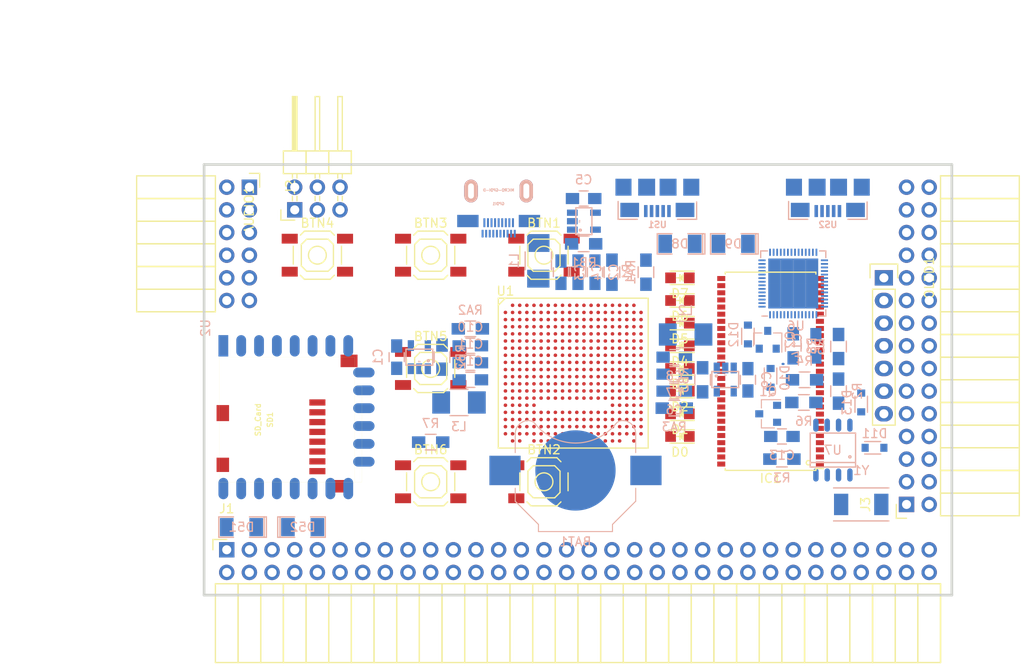
<source format=kicad_pcb>
(kicad_pcb (version 4) (host pcbnew 4.0.5+dfsg1-4)
  (layers (0 F.Cu signal) (1 In1.Cu signal) (2 In2.Cu signal) (31 B.Cu signal) (34 B.Paste user) (35 F.Paste user) (36 B.SilkS user) (37 F.SilkS user) (38 B.Mask user) (39 F.Mask user) (44 Edge.Cuts user))
  (net 0 "")
  (net 1 GND)
  (net 2 +5V)
  (net 3 /gpio/IN5V)
  (net 4 /gpio/OUT5V)
  (net 5 /gpio/P5)
  (net 6 /gpio/P6)
  (net 7 /gpio/P7)
  (net 8 /gpio/P8)
  (net 9 /gpio/P11)
  (net 10 /gpio/P12)
  (net 11 /gpio/P13)
  (net 12 /gpio/P14)
  (net 13 /gpio/P17)
  (net 14 /gpio/P18)
  (net 15 /gpio/P19)
  (net 16 /gpio/P20)
  (net 17 /gpio/P21)
  (net 18 /gpio/P22)
  (net 19 /gpio/P23)
  (net 20 /gpio/P24)
  (net 21 /gpio/P25)
  (net 22 /gpio/P26)
  (net 23 /gpio/P27)
  (net 24 /gpio/P28)
  (net 25 /gpio/P29)
  (net 26 /gpio/P30)
  (net 27 /gpio/P9)
  (net 28 /gpio/P10)
  (net 29 /gpio/P15)
  (net 30 /gpio/P16)
  (net 31 /gpio/P31)
  (net 32 /gpio/P32)
  (net 33 /gpio/P33)
  (net 34 /gpio/P34)
  (net 35 /gpio/P35)
  (net 36 /gpio/P36)
  (net 37 /gpio/P37)
  (net 38 /gpio/P38)
  (net 39 /gpio/P39)
  (net 40 /gpio/P40)
  (net 41 /gpio/P41)
  (net 42 /gpio/P42)
  (net 43 /gpio/P43)
  (net 44 /gpio/P44)
  (net 45 /gpio/P45)
  (net 46 /gpio/P46)
  (net 47 /gpio/P47)
  (net 48 /gpio/P48)
  (net 49 /gpio/P49)
  (net 50 /gpio/P50)
  (net 51 /gpio/P51)
  (net 52 /gpio/P52)
  (net 53 /gpio/P53)
  (net 54 /gpio/P54)
  (net 55 /gpio/P55)
  (net 56 /gpio/P56)
  (net 57 /gpio/P57)
  (net 58 /gpio/P58)
  (net 59 /gpio/P59)
  (net 60 /gpio/P60)
  (net 61 +3V3)
  (net 62 "Net-(L1-Pad1)")
  (net 63 "Net-(L2-Pad1)")
  (net 64 +1V2)
  (net 65 BTN_D)
  (net 66 BTN_F1)
  (net 67 BTN_F2)
  (net 68 BTN_L)
  (net 69 BTN_R)
  (net 70 BTN_U)
  (net 71 "Net-(BTN1-Pad1)")
  (net 72 /power/FB1)
  (net 73 +2V5)
  (net 74 "Net-(L3-Pad1)")
  (net 75 /power/PWREN)
  (net 76 /power/FB3)
  (net 77 /power/FB2)
  (net 78 /usb/USB5V)
  (net 79 "Net-(D9-Pad1)")
  (net 80 "Net-(U6-Pad57)")
  (net 81 /power/VBAT)
  (net 82 "Net-(U7-Pad1)")
  (net 83 "Net-(U7-Pad2)")
  (net 84 SD_3)
  (net 85 SD_MTMS)
  (net 86 SD_MTCK)
  (net 87 SD_MTDO)
  (net 88 SD_MTDI)
  (net 89 JTAG_TDI)
  (net 90 JTAG_TCK)
  (net 91 JTAG_TMS)
  (net 92 JTAG_TDO)
  (net 93 /power/WAKEUPn)
  (net 94 /power/WKUP)
  (net 95 /power/SHUT)
  (net 96 /power/WAKE)
  (net 97 /power/HOLD)
  (net 98 /power/WKn)
  (net 99 "Net-(Q2-Pad1)")
  (module Keystone_3000_1x12mm-CoinCell:Keystone_3000_1x12mm-CoinCell (layer B.Cu) (at 135.73 95.71)
    (fp_text reference BAT1 (at 0 8) (layer B.SilkS) (effects (justify mirror)))
    (fp_text value CR1225)
    (pad 1 smd rect (at -7.9 0) (size 3.5 3.3) (layers B.Cu B.Paste B.Mask) (net 81 /power/VBAT))
    (pad 1 smd rect (at 7.9 0) (size 3.5 3.3) (layers B.Cu B.Paste B.Mask) (net 81 /power/VBAT))
    (pad 2 smd circle (at 0 0) (size 9 9) (layers B.Cu B.Mask) (net 1 GND))
  )
  (module SMD_Packages:SMD-1206_Pol (layer B.Cu) (at 105.149 102.06)
    (fp_text reference D52 (at 0 0) (layer B.SilkS) (effects (justify mirror)))
    (fp_text value 2A)
    (pad 1 smd rect (at -1.651 0) (size 1.524 2.032) (layers B.Cu B.Paste B.Mask) (net 4 /gpio/OUT5V))
    (pad 2 smd rect (at 1.651 0) (size 1.524 2.032) (layers B.Cu B.Paste B.Mask))
  )
  (module SMD_Packages:SMD-1206_Pol (layer B.Cu) (at 98.291 102.06 180)
    (fp_text reference D51 (at 0 0 180) (layer B.SilkS) (effects (justify mirror)))
    (fp_text value 2A)
    (pad 1 smd rect (at -1.651 0 180) (size 1.524 2.032) (layers B.Cu B.Paste B.Mask) (net 2 +5V))
    (pad 2 smd rect (at 1.651 0 180) (size 1.524 2.032) (layers B.Cu B.Paste B.Mask) (net 3 /gpio/IN5V))
  )
  (module micro-sd:MicroSD_TF02D (layer F.Cu) (at 95.8 90.03 90)
    (fp_text reference SD1 (at 0 5.7 90) (layer F.SilkS) (effects (font (size 0.59944 0.59944) (thickness 0.12446))))
    (fp_text value SD_Card (at 0 4.35 90) (layer F.SilkS) (effects (font (size 0.59944 0.59944) (thickness 0.12446))))
    (pad 1 smd rect (at 1.94 11 90) (size 0.7 1.8) (layers F.Cu F.Paste F.Mask) (net 84 SD_3))
    (pad 2 smd rect (at 0.84 11 90) (size 0.7 1.8) (layers F.Cu F.Paste F.Mask) (net 85 SD_MTMS))
    (pad 3 smd rect (at -0.26 11 90) (size 0.7 1.8) (layers F.Cu F.Paste F.Mask) (net 1 GND))
    (pad 4 smd rect (at -1.36 11 90) (size 0.7 1.8) (layers F.Cu F.Paste F.Mask) (net 61 +3V3))
    (pad 5 smd rect (at -2.46 11 90) (size 0.7 1.8) (layers F.Cu F.Paste F.Mask) (net 86 SD_MTCK))
    (pad 6 smd rect (at -3.56 11 90) (size 0.7 1.8) (layers F.Cu F.Paste F.Mask) (net 1 GND))
    (pad 7 smd rect (at -4.66 11 90) (size 0.7 1.8) (layers F.Cu F.Paste F.Mask) (net 87 SD_MTDO))
    (pad 8 smd rect (at -5.76 11 90) (size 0.7 1.8) (layers F.Cu F.Paste F.Mask) (net 88 SD_MTDI))
    (pad S smd rect (at -5.05 0.4 90) (size 1.6 1.4) (layers F.Cu F.Paste F.Mask))
    (pad S smd rect (at 0.75 0.4 90) (size 1.8 1.4) (layers F.Cu F.Paste F.Mask))
    (pad G smd rect (at -7.45 13.55 90) (size 1.4 1.9) (layers F.Cu F.Paste F.Mask))
    (pad G smd rect (at 6.6 14.55 90) (size 1.4 1.9) (layers F.Cu F.Paste F.Mask))
  )
  (module micro-hdmi-d:MICRO-HDMI-D (layer B.Cu) (at 127.12 62.69)
    (fp_text reference GPDI1 (at -0.025 3.125) (layer B.SilkS) (effects (font (size 0.3 0.3) (thickness 0.075)) (justify mirror)))
    (fp_text value MICRO-GPDI-D (at 0 1.6) (layer B.SilkS) (effects (font (size 0.3 0.3) (thickness 0.075)) (justify mirror)))
    (pad 1 smd rect (at 1.8 6.475) (size 0.23 0.85) (layers B.Cu B.Paste B.Mask))
    (pad 3 smd rect (at 1.4 6.475) (size 0.23 0.85) (layers B.Cu B.Paste B.Mask))
    (pad 5 smd rect (at 1 6.475) (size 0.23 0.85) (layers B.Cu B.Paste B.Mask))
    (pad 7 smd rect (at 0.6 6.475) (size 0.23 0.85) (layers B.Cu B.Paste B.Mask) (net 1 GND))
    (pad 9 smd rect (at 0.2 6.475) (size 0.23 0.85) (layers B.Cu B.Paste B.Mask))
    (pad 11 smd rect (at -0.2 6.475) (size 0.23 0.85) (layers B.Cu B.Paste B.Mask))
    (pad 13 smd rect (at -0.6 6.475) (size 0.23 0.85) (layers B.Cu B.Paste B.Mask) (net 1 GND))
    (pad 15 smd rect (at -1 6.475) (size 0.23 0.85) (layers B.Cu B.Paste B.Mask))
    (pad 17 smd rect (at -1.4 6.475) (size 0.23 0.85) (layers B.Cu B.Paste B.Mask))
    (pad 19 smd rect (at -1.8 6.475) (size 0.23 0.85) (layers B.Cu B.Paste B.Mask) (net 2 +5V))
    (pad 2 smd rect (at 1.6 5.25) (size 0.23 1) (layers B.Cu B.Paste B.Mask))
    (pad 4 smd rect (at 1.2 5.25) (size 0.23 1) (layers B.Cu B.Paste B.Mask) (net 1 GND))
    (pad 6 smd rect (at 0.8 5.25) (size 0.23 1) (layers B.Cu B.Paste B.Mask))
    (pad 8 smd rect (at 0.4 5.25) (size 0.23 1) (layers B.Cu B.Paste B.Mask))
    (pad 10 smd rect (at 0 5.25) (size 0.23 1) (layers B.Cu B.Paste B.Mask) (net 1 GND))
    (pad 12 smd rect (at -0.4 5.25) (size 0.23 1) (layers B.Cu B.Paste B.Mask))
    (pad 14 smd rect (at -0.8 5.25) (size 0.23 1) (layers B.Cu B.Paste B.Mask))
    (pad 16 smd rect (at -1.2 5.25) (size 0.23 1) (layers B.Cu B.Paste B.Mask) (net 1 GND))
    (pad 18 smd rect (at -1.6 5.25) (size 0.23 1) (layers B.Cu B.Paste B.Mask))
    (pad SHD smd rect (at 3.45 5.06) (size 2.4 1.38) (layers B.Cu B.Paste B.Mask) (net 1 GND))
    (pad SHD smd rect (at -3.45 5.06) (size 2.4 1.38) (layers B.Cu B.Paste B.Mask) (net 1 GND))
    (pad "" thru_hole oval (at -3.1 1.7) (size 1.5 2.55) (drill oval 0.65 1.7) (layers *.Cu *.Mask B.SilkS))
    (pad "" thru_hole oval (at 3.1 1.7) (size 1.5 2.55) (drill oval 0.65 1.7) (layers *.Cu *.Mask B.SilkS))
  )
  (module Socket_Strips:Socket_Strip_Angled_2x32 (layer F.Cu) (at 96.64 104.6)
    (fp_text reference J1 (at 0 -4.6) (layer F.SilkS))
    (fp_text value CONN_02X32)
    (pad 1 thru_hole rect (at 0 0) (size 1.7272 1.7272) (drill 1.016) (layers *.Cu *.Mask) (net 3 /gpio/IN5V))
    (pad 2 thru_hole oval (at 0 2.54) (size 1.7272 1.7272) (drill 1.016) (layers *.Cu *.Mask) (net 4 /gpio/OUT5V))
    (pad 3 thru_hole oval (at 2.54 0) (size 1.7272 1.7272) (drill 1.016) (layers *.Cu *.Mask) (net 1 GND))
    (pad 4 thru_hole oval (at 2.54 2.54) (size 1.7272 1.7272) (drill 1.016) (layers *.Cu *.Mask) (net 1 GND))
    (pad 5 thru_hole oval (at 5.08 0) (size 1.7272 1.7272) (drill 1.016) (layers *.Cu *.Mask) (net 5 /gpio/P5))
    (pad 6 thru_hole oval (at 5.08 2.54) (size 1.7272 1.7272) (drill 1.016) (layers *.Cu *.Mask) (net 6 /gpio/P6))
    (pad 7 thru_hole oval (at 7.62 0) (size 1.7272 1.7272) (drill 1.016) (layers *.Cu *.Mask) (net 7 /gpio/P7))
    (pad 8 thru_hole oval (at 7.62 2.54) (size 1.7272 1.7272) (drill 1.016) (layers *.Cu *.Mask) (net 8 /gpio/P8))
    (pad 9 thru_hole oval (at 10.16 0) (size 1.7272 1.7272) (drill 1.016) (layers *.Cu *.Mask) (net 27 /gpio/P9))
    (pad 10 thru_hole oval (at 10.16 2.54) (size 1.7272 1.7272) (drill 1.016) (layers *.Cu *.Mask) (net 28 /gpio/P10))
    (pad 11 thru_hole oval (at 12.7 0) (size 1.7272 1.7272) (drill 1.016) (layers *.Cu *.Mask) (net 9 /gpio/P11))
    (pad 12 thru_hole oval (at 12.7 2.54) (size 1.7272 1.7272) (drill 1.016) (layers *.Cu *.Mask) (net 10 /gpio/P12))
    (pad 13 thru_hole oval (at 15.24 0) (size 1.7272 1.7272) (drill 1.016) (layers *.Cu *.Mask) (net 11 /gpio/P13))
    (pad 14 thru_hole oval (at 15.24 2.54) (size 1.7272 1.7272) (drill 1.016) (layers *.Cu *.Mask) (net 12 /gpio/P14))
    (pad 15 thru_hole oval (at 17.78 0) (size 1.7272 1.7272) (drill 1.016) (layers *.Cu *.Mask) (net 29 /gpio/P15))
    (pad 16 thru_hole oval (at 17.78 2.54) (size 1.7272 1.7272) (drill 1.016) (layers *.Cu *.Mask) (net 30 /gpio/P16))
    (pad 17 thru_hole oval (at 20.32 0) (size 1.7272 1.7272) (drill 1.016) (layers *.Cu *.Mask) (net 13 /gpio/P17))
    (pad 18 thru_hole oval (at 20.32 2.54) (size 1.7272 1.7272) (drill 1.016) (layers *.Cu *.Mask) (net 14 /gpio/P18))
    (pad 19 thru_hole oval (at 22.86 0) (size 1.7272 1.7272) (drill 1.016) (layers *.Cu *.Mask) (net 15 /gpio/P19))
    (pad 20 thru_hole oval (at 22.86 2.54) (size 1.7272 1.7272) (drill 1.016) (layers *.Cu *.Mask) (net 16 /gpio/P20))
    (pad 21 thru_hole oval (at 25.4 0) (size 1.7272 1.7272) (drill 1.016) (layers *.Cu *.Mask) (net 17 /gpio/P21))
    (pad 22 thru_hole oval (at 25.4 2.54) (size 1.7272 1.7272) (drill 1.016) (layers *.Cu *.Mask) (net 18 /gpio/P22))
    (pad 23 thru_hole oval (at 27.94 0) (size 1.7272 1.7272) (drill 1.016) (layers *.Cu *.Mask) (net 19 /gpio/P23))
    (pad 24 thru_hole oval (at 27.94 2.54) (size 1.7272 1.7272) (drill 1.016) (layers *.Cu *.Mask) (net 20 /gpio/P24))
    (pad 25 thru_hole oval (at 30.48 0) (size 1.7272 1.7272) (drill 1.016) (layers *.Cu *.Mask) (net 21 /gpio/P25))
    (pad 26 thru_hole oval (at 30.48 2.54) (size 1.7272 1.7272) (drill 1.016) (layers *.Cu *.Mask) (net 22 /gpio/P26))
    (pad 27 thru_hole oval (at 33.02 0) (size 1.7272 1.7272) (drill 1.016) (layers *.Cu *.Mask) (net 23 /gpio/P27))
    (pad 28 thru_hole oval (at 33.02 2.54) (size 1.7272 1.7272) (drill 1.016) (layers *.Cu *.Mask) (net 24 /gpio/P28))
    (pad 29 thru_hole oval (at 35.56 0) (size 1.7272 1.7272) (drill 1.016) (layers *.Cu *.Mask) (net 25 /gpio/P29))
    (pad 30 thru_hole oval (at 35.56 2.54) (size 1.7272 1.7272) (drill 1.016) (layers *.Cu *.Mask) (net 26 /gpio/P30))
    (pad 31 thru_hole oval (at 38.1 0) (size 1.7272 1.7272) (drill 1.016) (layers *.Cu *.Mask) (net 31 /gpio/P31))
    (pad 32 thru_hole oval (at 38.1 2.54) (size 1.7272 1.7272) (drill 1.016) (layers *.Cu *.Mask) (net 32 /gpio/P32))
    (pad 33 thru_hole oval (at 40.64 0) (size 1.7272 1.7272) (drill 1.016) (layers *.Cu *.Mask) (net 33 /gpio/P33))
    (pad 34 thru_hole oval (at 40.64 2.54) (size 1.7272 1.7272) (drill 1.016) (layers *.Cu *.Mask) (net 34 /gpio/P34))
    (pad 35 thru_hole oval (at 43.18 0) (size 1.7272 1.7272) (drill 1.016) (layers *.Cu *.Mask) (net 35 /gpio/P35))
    (pad 36 thru_hole oval (at 43.18 2.54) (size 1.7272 1.7272) (drill 1.016) (layers *.Cu *.Mask) (net 36 /gpio/P36))
    (pad 37 thru_hole oval (at 45.72 0) (size 1.7272 1.7272) (drill 1.016) (layers *.Cu *.Mask) (net 37 /gpio/P37))
    (pad 38 thru_hole oval (at 45.72 2.54) (size 1.7272 1.7272) (drill 1.016) (layers *.Cu *.Mask) (net 38 /gpio/P38))
    (pad 39 thru_hole oval (at 48.26 0) (size 1.7272 1.7272) (drill 1.016) (layers *.Cu *.Mask) (net 39 /gpio/P39))
    (pad 40 thru_hole oval (at 48.26 2.54) (size 1.7272 1.7272) (drill 1.016) (layers *.Cu *.Mask) (net 40 /gpio/P40))
    (pad 41 thru_hole oval (at 50.8 0) (size 1.7272 1.7272) (drill 1.016) (layers *.Cu *.Mask) (net 41 /gpio/P41))
    (pad 42 thru_hole oval (at 50.8 2.54) (size 1.7272 1.7272) (drill 1.016) (layers *.Cu *.Mask) (net 42 /gpio/P42))
    (pad 43 thru_hole oval (at 53.34 0) (size 1.7272 1.7272) (drill 1.016) (layers *.Cu *.Mask) (net 43 /gpio/P43))
    (pad 44 thru_hole oval (at 53.34 2.54) (size 1.7272 1.7272) (drill 1.016) (layers *.Cu *.Mask) (net 44 /gpio/P44))
    (pad 45 thru_hole oval (at 55.88 0) (size 1.7272 1.7272) (drill 1.016) (layers *.Cu *.Mask) (net 45 /gpio/P45))
    (pad 46 thru_hole oval (at 55.88 2.54) (size 1.7272 1.7272) (drill 1.016) (layers *.Cu *.Mask) (net 46 /gpio/P46))
    (pad 47 thru_hole oval (at 58.42 0) (size 1.7272 1.7272) (drill 1.016) (layers *.Cu *.Mask) (net 47 /gpio/P47))
    (pad 48 thru_hole oval (at 58.42 2.54) (size 1.7272 1.7272) (drill 1.016) (layers *.Cu *.Mask) (net 48 /gpio/P48))
    (pad 49 thru_hole oval (at 60.96 0) (size 1.7272 1.7272) (drill 1.016) (layers *.Cu *.Mask) (net 49 /gpio/P49))
    (pad 50 thru_hole oval (at 60.96 2.54) (size 1.7272 1.7272) (drill 1.016) (layers *.Cu *.Mask) (net 50 /gpio/P50))
    (pad 51 thru_hole oval (at 63.5 0) (size 1.7272 1.7272) (drill 1.016) (layers *.Cu *.Mask) (net 51 /gpio/P51))
    (pad 52 thru_hole oval (at 63.5 2.54) (size 1.7272 1.7272) (drill 1.016) (layers *.Cu *.Mask) (net 52 /gpio/P52))
    (pad 53 thru_hole oval (at 66.04 0) (size 1.7272 1.7272) (drill 1.016) (layers *.Cu *.Mask) (net 53 /gpio/P53))
    (pad 54 thru_hole oval (at 66.04 2.54) (size 1.7272 1.7272) (drill 1.016) (layers *.Cu *.Mask) (net 54 /gpio/P54))
    (pad 55 thru_hole oval (at 68.58 0) (size 1.7272 1.7272) (drill 1.016) (layers *.Cu *.Mask) (net 55 /gpio/P55))
    (pad 56 thru_hole oval (at 68.58 2.54) (size 1.7272 1.7272) (drill 1.016) (layers *.Cu *.Mask) (net 56 /gpio/P56))
    (pad 57 thru_hole oval (at 71.12 0) (size 1.7272 1.7272) (drill 1.016) (layers *.Cu *.Mask) (net 57 /gpio/P57))
    (pad 58 thru_hole oval (at 71.12 2.54) (size 1.7272 1.7272) (drill 1.016) (layers *.Cu *.Mask) (net 58 /gpio/P58))
    (pad 59 thru_hole oval (at 73.66 0) (size 1.7272 1.7272) (drill 1.016) (layers *.Cu *.Mask) (net 59 /gpio/P59))
    (pad 60 thru_hole oval (at 73.66 2.54) (size 1.7272 1.7272) (drill 1.016) (layers *.Cu *.Mask) (net 60 /gpio/P60))
    (pad 61 thru_hole oval (at 76.2 0) (size 1.7272 1.7272) (drill 1.016) (layers *.Cu *.Mask) (net 1 GND))
    (pad 62 thru_hole oval (at 76.2 2.54) (size 1.7272 1.7272) (drill 1.016) (layers *.Cu *.Mask) (net 1 GND))
    (pad 63 thru_hole oval (at 78.74 0) (size 1.7272 1.7272) (drill 1.016) (layers *.Cu *.Mask) (net 61 +3V3))
    (pad 64 thru_hole oval (at 78.74 2.54) (size 1.7272 1.7272) (drill 1.016) (layers *.Cu *.Mask) (net 61 +3V3))
  )
  (module Socket_Strips:Socket_Strip_Angled_2x15 (layer F.Cu) (at 172.84 99.52 90)
    (fp_text reference J3 (at 0 -4.6 90) (layer F.SilkS))
    (fp_text value CONN_02X15)
    (pad 1 thru_hole rect (at 0 0 90) (size 1.7272 1.7272) (drill 1.016) (layers *.Cu *.Mask) (net 61 +3V3))
    (pad 2 thru_hole oval (at 0 2.54 90) (size 1.7272 1.7272) (drill 1.016) (layers *.Cu *.Mask) (net 61 +3V3))
    (pad 3 thru_hole oval (at 2.54 0 90) (size 1.7272 1.7272) (drill 1.016) (layers *.Cu *.Mask) (net 1 GND))
    (pad 4 thru_hole oval (at 2.54 2.54 90) (size 1.7272 1.7272) (drill 1.016) (layers *.Cu *.Mask) (net 1 GND))
    (pad 5 thru_hole oval (at 5.08 0 90) (size 1.7272 1.7272) (drill 1.016) (layers *.Cu *.Mask))
    (pad 6 thru_hole oval (at 5.08 2.54 90) (size 1.7272 1.7272) (drill 1.016) (layers *.Cu *.Mask))
    (pad 7 thru_hole oval (at 7.62 0 90) (size 1.7272 1.7272) (drill 1.016) (layers *.Cu *.Mask))
    (pad 8 thru_hole oval (at 7.62 2.54 90) (size 1.7272 1.7272) (drill 1.016) (layers *.Cu *.Mask))
    (pad 9 thru_hole oval (at 10.16 0 90) (size 1.7272 1.7272) (drill 1.016) (layers *.Cu *.Mask))
    (pad 10 thru_hole oval (at 10.16 2.54 90) (size 1.7272 1.7272) (drill 1.016) (layers *.Cu *.Mask))
    (pad 11 thru_hole oval (at 12.7 0 90) (size 1.7272 1.7272) (drill 1.016) (layers *.Cu *.Mask))
    (pad 12 thru_hole oval (at 12.7 2.54 90) (size 1.7272 1.7272) (drill 1.016) (layers *.Cu *.Mask))
    (pad 13 thru_hole oval (at 15.24 0 90) (size 1.7272 1.7272) (drill 1.016) (layers *.Cu *.Mask))
    (pad 14 thru_hole oval (at 15.24 2.54 90) (size 1.7272 1.7272) (drill 1.016) (layers *.Cu *.Mask))
    (pad 15 thru_hole oval (at 17.78 0 90) (size 1.7272 1.7272) (drill 1.016) (layers *.Cu *.Mask))
    (pad 16 thru_hole oval (at 17.78 2.54 90) (size 1.7272 1.7272) (drill 1.016) (layers *.Cu *.Mask))
    (pad 17 thru_hole oval (at 20.32 0 90) (size 1.7272 1.7272) (drill 1.016) (layers *.Cu *.Mask))
    (pad 18 thru_hole oval (at 20.32 2.54 90) (size 1.7272 1.7272) (drill 1.016) (layers *.Cu *.Mask))
    (pad 19 thru_hole oval (at 22.86 0 90) (size 1.7272 1.7272) (drill 1.016) (layers *.Cu *.Mask) (net 61 +3V3))
    (pad 20 thru_hole oval (at 22.86 2.54 90) (size 1.7272 1.7272) (drill 1.016) (layers *.Cu *.Mask) (net 61 +3V3))
    (pad 21 thru_hole oval (at 25.4 0 90) (size 1.7272 1.7272) (drill 1.016) (layers *.Cu *.Mask) (net 1 GND))
    (pad 22 thru_hole oval (at 25.4 2.54 90) (size 1.7272 1.7272) (drill 1.016) (layers *.Cu *.Mask) (net 1 GND))
    (pad 23 thru_hole oval (at 27.94 0 90) (size 1.7272 1.7272) (drill 1.016) (layers *.Cu *.Mask))
    (pad 24 thru_hole oval (at 27.94 2.54 90) (size 1.7272 1.7272) (drill 1.016) (layers *.Cu *.Mask))
    (pad 25 thru_hole oval (at 30.48 0 90) (size 1.7272 1.7272) (drill 1.016) (layers *.Cu *.Mask))
    (pad 26 thru_hole oval (at 30.48 2.54 90) (size 1.7272 1.7272) (drill 1.016) (layers *.Cu *.Mask))
    (pad 27 thru_hole oval (at 33.02 0 90) (size 1.7272 1.7272) (drill 1.016) (layers *.Cu *.Mask))
    (pad 28 thru_hole oval (at 33.02 2.54 90) (size 1.7272 1.7272) (drill 1.016) (layers *.Cu *.Mask))
    (pad 29 thru_hole oval (at 35.56 0 90) (size 1.7272 1.7272) (drill 1.016) (layers *.Cu *.Mask))
    (pad 30 thru_hole oval (at 35.56 2.54 90) (size 1.7272 1.7272) (drill 1.016) (layers *.Cu *.Mask))
  )
  (module Socket_Strips:Socket_Strip_Angled_2x06 (layer F.Cu) (at 99.18 63.96 270)
    (fp_text reference J2 (at 0 -4.6 270) (layer F.SilkS))
    (fp_text value CONN_02X06)
    (pad 1 thru_hole rect (at 0 0 270) (size 1.7272 1.7272) (drill 1.016) (layers *.Cu *.Mask) (net 61 +3V3))
    (pad 2 thru_hole oval (at 0 2.54 270) (size 1.7272 1.7272) (drill 1.016) (layers *.Cu *.Mask) (net 61 +3V3))
    (pad 3 thru_hole oval (at 2.54 0 270) (size 1.7272 1.7272) (drill 1.016) (layers *.Cu *.Mask) (net 1 GND))
    (pad 4 thru_hole oval (at 2.54 2.54 270) (size 1.7272 1.7272) (drill 1.016) (layers *.Cu *.Mask) (net 1 GND))
    (pad 5 thru_hole oval (at 5.08 0 270) (size 1.7272 1.7272) (drill 1.016) (layers *.Cu *.Mask))
    (pad 6 thru_hole oval (at 5.08 2.54 270) (size 1.7272 1.7272) (drill 1.016) (layers *.Cu *.Mask))
    (pad 7 thru_hole oval (at 7.62 0 270) (size 1.7272 1.7272) (drill 1.016) (layers *.Cu *.Mask))
    (pad 8 thru_hole oval (at 7.62 2.54 270) (size 1.7272 1.7272) (drill 1.016) (layers *.Cu *.Mask))
    (pad 9 thru_hole oval (at 10.16 0 270) (size 1.7272 1.7272) (drill 1.016) (layers *.Cu *.Mask))
    (pad 10 thru_hole oval (at 10.16 2.54 270) (size 1.7272 1.7272) (drill 1.016) (layers *.Cu *.Mask))
    (pad 11 thru_hole oval (at 12.7 0 270) (size 1.7272 1.7272) (drill 1.016) (layers *.Cu *.Mask))
    (pad 12 thru_hole oval (at 12.7 2.54 270) (size 1.7272 1.7272) (drill 1.016) (layers *.Cu *.Mask))
  )
  (module lfe5bg381:BGA-381_pitch0.8mm_dia0.4mm (layer F.Cu) (at 135.48 84.8)
    (fp_text reference U1 (at -7.6 -9.2) (layer F.SilkS))
    (fp_text value LFE5U-25F-6BG381C)
    (pad A2 smd circle (at -6.8 -7.6) (size 0.4 0.4) (layers F.Cu F.Paste F.Mask))
    (pad A3 smd circle (at -6 -7.6) (size 0.4 0.4) (layers F.Cu F.Paste F.Mask))
    (pad A4 smd circle (at -5.2 -7.6) (size 0.4 0.4) (layers F.Cu F.Paste F.Mask))
    (pad A5 smd circle (at -4.4 -7.6) (size 0.4 0.4) (layers F.Cu F.Paste F.Mask))
    (pad A6 smd circle (at -3.6 -7.6) (size 0.4 0.4) (layers F.Cu F.Paste F.Mask) (net 24 /gpio/P28))
    (pad A7 smd circle (at -2.8 -7.6) (size 0.4 0.4) (layers F.Cu F.Paste F.Mask) (net 30 /gpio/P16))
    (pad A8 smd circle (at -2 -7.6) (size 0.4 0.4) (layers F.Cu F.Paste F.Mask) (net 29 /gpio/P15))
    (pad A9 smd circle (at -1.2 -7.6) (size 0.4 0.4) (layers F.Cu F.Paste F.Mask) (net 28 /gpio/P10))
    (pad A10 smd circle (at -0.4 -7.6) (size 0.4 0.4) (layers F.Cu F.Paste F.Mask) (net 7 /gpio/P7))
    (pad A11 smd circle (at 0.4 -7.6) (size 0.4 0.4) (layers F.Cu F.Paste F.Mask) (net 8 /gpio/P8))
    (pad A12 smd circle (at 1.2 -7.6) (size 0.4 0.4) (layers F.Cu F.Paste F.Mask) (net 54 /gpio/P54))
    (pad A13 smd circle (at 2 -7.6) (size 0.4 0.4) (layers F.Cu F.Paste F.Mask) (net 53 /gpio/P53))
    (pad A14 smd circle (at 2.8 -7.6) (size 0.4 0.4) (layers F.Cu F.Paste F.Mask) (net 48 /gpio/P48))
    (pad A15 smd circle (at 3.6 -7.6) (size 0.4 0.4) (layers F.Cu F.Paste F.Mask))
    (pad A16 smd circle (at 4.4 -7.6) (size 0.4 0.4) (layers F.Cu F.Paste F.Mask) (net 40 /gpio/P40))
    (pad A17 smd circle (at 5.2 -7.6) (size 0.4 0.4) (layers F.Cu F.Paste F.Mask) (net 34 /gpio/P34))
    (pad A18 smd circle (at 6 -7.6) (size 0.4 0.4) (layers F.Cu F.Paste F.Mask) (net 32 /gpio/P32))
    (pad A19 smd circle (at 6.8 -7.6) (size 0.4 0.4) (layers F.Cu F.Paste F.Mask) (net 26 /gpio/P30))
    (pad B1 smd circle (at -7.6 -6.8) (size 0.4 0.4) (layers F.Cu F.Paste F.Mask))
    (pad B2 smd circle (at -6.8 -6.8) (size 0.4 0.4) (layers F.Cu F.Paste F.Mask))
    (pad B3 smd circle (at -6 -6.8) (size 0.4 0.4) (layers F.Cu F.Paste F.Mask))
    (pad B4 smd circle (at -5.2 -6.8) (size 0.4 0.4) (layers F.Cu F.Paste F.Mask))
    (pad B5 smd circle (at -4.4 -6.8) (size 0.4 0.4) (layers F.Cu F.Paste F.Mask))
    (pad B6 smd circle (at -3.6 -6.8) (size 0.4 0.4) (layers F.Cu F.Paste F.Mask) (net 23 /gpio/P27))
    (pad B7 smd circle (at -2.8 -6.8) (size 0.4 0.4) (layers F.Cu F.Paste F.Mask) (net 1 GND))
    (pad B8 smd circle (at -2 -6.8) (size 0.4 0.4) (layers F.Cu F.Paste F.Mask) (net 13 /gpio/P17))
    (pad B9 smd circle (at -1.2 -6.8) (size 0.4 0.4) (layers F.Cu F.Paste F.Mask) (net 10 /gpio/P12))
    (pad B10 smd circle (at -0.4 -6.8) (size 0.4 0.4) (layers F.Cu F.Paste F.Mask) (net 27 /gpio/P9))
    (pad B11 smd circle (at 0.4 -6.8) (size 0.4 0.4) (layers F.Cu F.Paste F.Mask) (net 5 /gpio/P5))
    (pad B12 smd circle (at 1.2 -6.8) (size 0.4 0.4) (layers F.Cu F.Paste F.Mask) (net 58 /gpio/P58))
    (pad B13 smd circle (at 2 -6.8) (size 0.4 0.4) (layers F.Cu F.Paste F.Mask) (net 52 /gpio/P52))
    (pad B14 smd circle (at 2.8 -6.8) (size 0.4 0.4) (layers F.Cu F.Paste F.Mask) (net 1 GND))
    (pad B15 smd circle (at 3.6 -6.8) (size 0.4 0.4) (layers F.Cu F.Paste F.Mask) (net 44 /gpio/P44))
    (pad B16 smd circle (at 4.4 -6.8) (size 0.4 0.4) (layers F.Cu F.Paste F.Mask) (net 39 /gpio/P39))
    (pad B17 smd circle (at 5.2 -6.8) (size 0.4 0.4) (layers F.Cu F.Paste F.Mask) (net 36 /gpio/P36))
    (pad B18 smd circle (at 6 -6.8) (size 0.4 0.4) (layers F.Cu F.Paste F.Mask) (net 33 /gpio/P33))
    (pad B19 smd circle (at 6.8 -6.8) (size 0.4 0.4) (layers F.Cu F.Paste F.Mask) (net 31 /gpio/P31))
    (pad B20 smd circle (at 7.6 -6.8) (size 0.4 0.4) (layers F.Cu F.Paste F.Mask) (net 25 /gpio/P29))
    (pad C1 smd circle (at -7.6 -6) (size 0.4 0.4) (layers F.Cu F.Paste F.Mask))
    (pad C2 smd circle (at -6.8 -6) (size 0.4 0.4) (layers F.Cu F.Paste F.Mask))
    (pad C3 smd circle (at -6 -6) (size 0.4 0.4) (layers F.Cu F.Paste F.Mask))
    (pad C4 smd circle (at -5.2 -6) (size 0.4 0.4) (layers F.Cu F.Paste F.Mask))
    (pad C5 smd circle (at -4.4 -6) (size 0.4 0.4) (layers F.Cu F.Paste F.Mask))
    (pad C6 smd circle (at -3.6 -6) (size 0.4 0.4) (layers F.Cu F.Paste F.Mask) (net 18 /gpio/P22))
    (pad C7 smd circle (at -2.8 -6) (size 0.4 0.4) (layers F.Cu F.Paste F.Mask) (net 17 /gpio/P21))
    (pad C8 smd circle (at -2 -6) (size 0.4 0.4) (layers F.Cu F.Paste F.Mask) (net 14 /gpio/P18))
    (pad C9 smd circle (at -1.2 -6) (size 0.4 0.4) (layers F.Cu F.Paste F.Mask))
    (pad C10 smd circle (at -0.4 -6) (size 0.4 0.4) (layers F.Cu F.Paste F.Mask) (net 9 /gpio/P11))
    (pad C11 smd circle (at 0.4 -6) (size 0.4 0.4) (layers F.Cu F.Paste F.Mask) (net 6 /gpio/P6))
    (pad C12 smd circle (at 1.2 -6) (size 0.4 0.4) (layers F.Cu F.Paste F.Mask) (net 57 /gpio/P57))
    (pad C13 smd circle (at 2 -6) (size 0.4 0.4) (layers F.Cu F.Paste F.Mask) (net 51 /gpio/P51))
    (pad C14 smd circle (at 2.8 -6) (size 0.4 0.4) (layers F.Cu F.Paste F.Mask) (net 47 /gpio/P47))
    (pad C15 smd circle (at 3.6 -6) (size 0.4 0.4) (layers F.Cu F.Paste F.Mask) (net 43 /gpio/P43))
    (pad C16 smd circle (at 4.4 -6) (size 0.4 0.4) (layers F.Cu F.Paste F.Mask) (net 38 /gpio/P38))
    (pad C17 smd circle (at 5.2 -6) (size 0.4 0.4) (layers F.Cu F.Paste F.Mask) (net 35 /gpio/P35))
    (pad C18 smd circle (at 6 -6) (size 0.4 0.4) (layers F.Cu F.Paste F.Mask))
    (pad C19 smd circle (at 6.8 -6) (size 0.4 0.4) (layers F.Cu F.Paste F.Mask) (net 1 GND))
    (pad C20 smd circle (at 7.6 -6) (size 0.4 0.4) (layers F.Cu F.Paste F.Mask))
    (pad D1 smd circle (at -7.6 -5.2) (size 0.4 0.4) (layers F.Cu F.Paste F.Mask))
    (pad D2 smd circle (at -6.8 -5.2) (size 0.4 0.4) (layers F.Cu F.Paste F.Mask))
    (pad D3 smd circle (at -6 -5.2) (size 0.4 0.4) (layers F.Cu F.Paste F.Mask))
    (pad D4 smd circle (at -5.2 -5.2) (size 0.4 0.4) (layers F.Cu F.Paste F.Mask) (net 1 GND))
    (pad D5 smd circle (at -4.4 -5.2) (size 0.4 0.4) (layers F.Cu F.Paste F.Mask))
    (pad D6 smd circle (at -3.6 -5.2) (size 0.4 0.4) (layers F.Cu F.Paste F.Mask) (net 21 /gpio/P25))
    (pad D7 smd circle (at -2.8 -5.2) (size 0.4 0.4) (layers F.Cu F.Paste F.Mask) (net 19 /gpio/P23))
    (pad D8 smd circle (at -2 -5.2) (size 0.4 0.4) (layers F.Cu F.Paste F.Mask) (net 15 /gpio/P19))
    (pad D9 smd circle (at -1.2 -5.2) (size 0.4 0.4) (layers F.Cu F.Paste F.Mask) (net 12 /gpio/P14))
    (pad D10 smd circle (at -0.4 -5.2) (size 0.4 0.4) (layers F.Cu F.Paste F.Mask))
    (pad D11 smd circle (at 0.4 -5.2) (size 0.4 0.4) (layers F.Cu F.Paste F.Mask) (net 60 /gpio/P60))
    (pad D12 smd circle (at 1.2 -5.2) (size 0.4 0.4) (layers F.Cu F.Paste F.Mask) (net 56 /gpio/P56))
    (pad D13 smd circle (at 2 -5.2) (size 0.4 0.4) (layers F.Cu F.Paste F.Mask) (net 50 /gpio/P50))
    (pad D14 smd circle (at 2.8 -5.2) (size 0.4 0.4) (layers F.Cu F.Paste F.Mask) (net 46 /gpio/P46))
    (pad D15 smd circle (at 3.6 -5.2) (size 0.4 0.4) (layers F.Cu F.Paste F.Mask) (net 42 /gpio/P42))
    (pad D16 smd circle (at 4.4 -5.2) (size 0.4 0.4) (layers F.Cu F.Paste F.Mask) (net 37 /gpio/P37))
    (pad D17 smd circle (at 5.2 -5.2) (size 0.4 0.4) (layers F.Cu F.Paste F.Mask))
    (pad D18 smd circle (at 6 -5.2) (size 0.4 0.4) (layers F.Cu F.Paste F.Mask))
    (pad D19 smd circle (at 6.8 -5.2) (size 0.4 0.4) (layers F.Cu F.Paste F.Mask))
    (pad D20 smd circle (at 7.6 -5.2) (size 0.4 0.4) (layers F.Cu F.Paste F.Mask))
    (pad E1 smd circle (at -7.6 -4.4) (size 0.4 0.4) (layers F.Cu F.Paste F.Mask))
    (pad E2 smd circle (at -6.8 -4.4) (size 0.4 0.4) (layers F.Cu F.Paste F.Mask))
    (pad E3 smd circle (at -6 -4.4) (size 0.4 0.4) (layers F.Cu F.Paste F.Mask))
    (pad E4 smd circle (at -5.2 -4.4) (size 0.4 0.4) (layers F.Cu F.Paste F.Mask))
    (pad E5 smd circle (at -4.4 -4.4) (size 0.4 0.4) (layers F.Cu F.Paste F.Mask))
    (pad E6 smd circle (at -3.6 -4.4) (size 0.4 0.4) (layers F.Cu F.Paste F.Mask) (net 22 /gpio/P26))
    (pad E7 smd circle (at -2.8 -4.4) (size 0.4 0.4) (layers F.Cu F.Paste F.Mask) (net 20 /gpio/P24))
    (pad E8 smd circle (at -2 -4.4) (size 0.4 0.4) (layers F.Cu F.Paste F.Mask) (net 16 /gpio/P20))
    (pad E9 smd circle (at -1.2 -4.4) (size 0.4 0.4) (layers F.Cu F.Paste F.Mask) (net 11 /gpio/P13))
    (pad E10 smd circle (at -0.4 -4.4) (size 0.4 0.4) (layers F.Cu F.Paste F.Mask))
    (pad E11 smd circle (at 0.4 -4.4) (size 0.4 0.4) (layers F.Cu F.Paste F.Mask) (net 59 /gpio/P59))
    (pad E12 smd circle (at 1.2 -4.4) (size 0.4 0.4) (layers F.Cu F.Paste F.Mask) (net 55 /gpio/P55))
    (pad E13 smd circle (at 2 -4.4) (size 0.4 0.4) (layers F.Cu F.Paste F.Mask) (net 49 /gpio/P49))
    (pad E14 smd circle (at 2.8 -4.4) (size 0.4 0.4) (layers F.Cu F.Paste F.Mask) (net 45 /gpio/P45))
    (pad E15 smd circle (at 3.6 -4.4) (size 0.4 0.4) (layers F.Cu F.Paste F.Mask) (net 41 /gpio/P41))
    (pad E16 smd circle (at 4.4 -4.4) (size 0.4 0.4) (layers F.Cu F.Paste F.Mask))
    (pad E17 smd circle (at 5.2 -4.4) (size 0.4 0.4) (layers F.Cu F.Paste F.Mask))
    (pad E18 smd circle (at 6 -4.4) (size 0.4 0.4) (layers F.Cu F.Paste F.Mask))
    (pad E19 smd circle (at 6.8 -4.4) (size 0.4 0.4) (layers F.Cu F.Paste F.Mask))
    (pad E20 smd circle (at 7.6 -4.4) (size 0.4 0.4) (layers F.Cu F.Paste F.Mask))
    (pad F1 smd circle (at -7.6 -3.6) (size 0.4 0.4) (layers F.Cu F.Paste F.Mask))
    (pad F2 smd circle (at -6.8 -3.6) (size 0.4 0.4) (layers F.Cu F.Paste F.Mask))
    (pad F3 smd circle (at -6 -3.6) (size 0.4 0.4) (layers F.Cu F.Paste F.Mask))
    (pad F4 smd circle (at -5.2 -3.6) (size 0.4 0.4) (layers F.Cu F.Paste F.Mask))
    (pad F5 smd circle (at -4.4 -3.6) (size 0.4 0.4) (layers F.Cu F.Paste F.Mask))
    (pad F6 smd circle (at -3.6 -3.6) (size 0.4 0.4) (layers F.Cu F.Paste F.Mask) (net 73 +2V5))
    (pad F7 smd circle (at -2.8 -3.6) (size 0.4 0.4) (layers F.Cu F.Paste F.Mask) (net 1 GND))
    (pad F8 smd circle (at -2 -3.6) (size 0.4 0.4) (layers F.Cu F.Paste F.Mask) (net 1 GND))
    (pad F9 smd circle (at -1.2 -3.6) (size 0.4 0.4) (layers F.Cu F.Paste F.Mask) (net 61 +3V3))
    (pad F10 smd circle (at -0.4 -3.6) (size 0.4 0.4) (layers F.Cu F.Paste F.Mask) (net 61 +3V3))
    (pad F11 smd circle (at 0.4 -3.6) (size 0.4 0.4) (layers F.Cu F.Paste F.Mask) (net 61 +3V3))
    (pad F12 smd circle (at 1.2 -3.6) (size 0.4 0.4) (layers F.Cu F.Paste F.Mask) (net 61 +3V3))
    (pad F13 smd circle (at 2 -3.6) (size 0.4 0.4) (layers F.Cu F.Paste F.Mask) (net 1 GND))
    (pad F14 smd circle (at 2.8 -3.6) (size 0.4 0.4) (layers F.Cu F.Paste F.Mask) (net 1 GND))
    (pad F15 smd circle (at 3.6 -3.6) (size 0.4 0.4) (layers F.Cu F.Paste F.Mask) (net 73 +2V5))
    (pad F16 smd circle (at 4.4 -3.6) (size 0.4 0.4) (layers F.Cu F.Paste F.Mask))
    (pad F17 smd circle (at 5.2 -3.6) (size 0.4 0.4) (layers F.Cu F.Paste F.Mask))
    (pad F18 smd circle (at 6 -3.6) (size 0.4 0.4) (layers F.Cu F.Paste F.Mask))
    (pad F19 smd circle (at 6.8 -3.6) (size 0.4 0.4) (layers F.Cu F.Paste F.Mask))
    (pad F20 smd circle (at 7.6 -3.6) (size 0.4 0.4) (layers F.Cu F.Paste F.Mask))
    (pad G1 smd circle (at -7.6 -2.8) (size 0.4 0.4) (layers F.Cu F.Paste F.Mask))
    (pad G2 smd circle (at -6.8 -2.8) (size 0.4 0.4) (layers F.Cu F.Paste F.Mask))
    (pad G3 smd circle (at -6 -2.8) (size 0.4 0.4) (layers F.Cu F.Paste F.Mask))
    (pad G4 smd circle (at -5.2 -2.8) (size 0.4 0.4) (layers F.Cu F.Paste F.Mask) (net 1 GND))
    (pad G5 smd circle (at -4.4 -2.8) (size 0.4 0.4) (layers F.Cu F.Paste F.Mask))
    (pad G6 smd circle (at -3.6 -2.8) (size 0.4 0.4) (layers F.Cu F.Paste F.Mask) (net 1 GND))
    (pad G7 smd circle (at -2.8 -2.8) (size 0.4 0.4) (layers F.Cu F.Paste F.Mask) (net 1 GND))
    (pad G8 smd circle (at -2 -2.8) (size 0.4 0.4) (layers F.Cu F.Paste F.Mask) (net 1 GND))
    (pad G9 smd circle (at -1.2 -2.8) (size 0.4 0.4) (layers F.Cu F.Paste F.Mask) (net 1 GND))
    (pad G10 smd circle (at -0.4 -2.8) (size 0.4 0.4) (layers F.Cu F.Paste F.Mask) (net 1 GND))
    (pad G11 smd circle (at 0.4 -2.8) (size 0.4 0.4) (layers F.Cu F.Paste F.Mask) (net 1 GND))
    (pad G12 smd circle (at 1.2 -2.8) (size 0.4 0.4) (layers F.Cu F.Paste F.Mask) (net 1 GND))
    (pad G13 smd circle (at 2 -2.8) (size 0.4 0.4) (layers F.Cu F.Paste F.Mask) (net 1 GND))
    (pad G14 smd circle (at 2.8 -2.8) (size 0.4 0.4) (layers F.Cu F.Paste F.Mask) (net 1 GND))
    (pad G15 smd circle (at 3.6 -2.8) (size 0.4 0.4) (layers F.Cu F.Paste F.Mask) (net 1 GND))
    (pad G16 smd circle (at 4.4 -2.8) (size 0.4 0.4) (layers F.Cu F.Paste F.Mask))
    (pad G17 smd circle (at 5.2 -2.8) (size 0.4 0.4) (layers F.Cu F.Paste F.Mask) (net 1 GND))
    (pad G18 smd circle (at 6 -2.8) (size 0.4 0.4) (layers F.Cu F.Paste F.Mask))
    (pad G19 smd circle (at 6.8 -2.8) (size 0.4 0.4) (layers F.Cu F.Paste F.Mask))
    (pad G20 smd circle (at 7.6 -2.8) (size 0.4 0.4) (layers F.Cu F.Paste F.Mask))
    (pad H1 smd circle (at -7.6 -2) (size 0.4 0.4) (layers F.Cu F.Paste F.Mask))
    (pad H2 smd circle (at -6.8 -2) (size 0.4 0.4) (layers F.Cu F.Paste F.Mask))
    (pad H3 smd circle (at -6 -2) (size 0.4 0.4) (layers F.Cu F.Paste F.Mask))
    (pad H4 smd circle (at -5.2 -2) (size 0.4 0.4) (layers F.Cu F.Paste F.Mask))
    (pad H5 smd circle (at -4.4 -2) (size 0.4 0.4) (layers F.Cu F.Paste F.Mask))
    (pad H6 smd circle (at -3.6 -2) (size 0.4 0.4) (layers F.Cu F.Paste F.Mask) (net 61 +3V3))
    (pad H7 smd circle (at -2.8 -2) (size 0.4 0.4) (layers F.Cu F.Paste F.Mask) (net 61 +3V3))
    (pad H8 smd circle (at -2 -2) (size 0.4 0.4) (layers F.Cu F.Paste F.Mask) (net 64 +1V2))
    (pad H9 smd circle (at -1.2 -2) (size 0.4 0.4) (layers F.Cu F.Paste F.Mask) (net 64 +1V2))
    (pad H10 smd circle (at -0.4 -2) (size 0.4 0.4) (layers F.Cu F.Paste F.Mask) (net 64 +1V2))
    (pad H11 smd circle (at 0.4 -2) (size 0.4 0.4) (layers F.Cu F.Paste F.Mask) (net 64 +1V2))
    (pad H12 smd circle (at 1.2 -2) (size 0.4 0.4) (layers F.Cu F.Paste F.Mask) (net 64 +1V2))
    (pad H13 smd circle (at 2 -2) (size 0.4 0.4) (layers F.Cu F.Paste F.Mask) (net 64 +1V2))
    (pad H14 smd circle (at 2.8 -2) (size 0.4 0.4) (layers F.Cu F.Paste F.Mask) (net 61 +3V3))
    (pad H15 smd circle (at 3.6 -2) (size 0.4 0.4) (layers F.Cu F.Paste F.Mask) (net 61 +3V3))
    (pad H16 smd circle (at 4.4 -2) (size 0.4 0.4) (layers F.Cu F.Paste F.Mask))
    (pad H17 smd circle (at 5.2 -2) (size 0.4 0.4) (layers F.Cu F.Paste F.Mask))
    (pad H18 smd circle (at 6 -2) (size 0.4 0.4) (layers F.Cu F.Paste F.Mask))
    (pad H19 smd circle (at 6.8 -2) (size 0.4 0.4) (layers F.Cu F.Paste F.Mask) (net 1 GND))
    (pad H20 smd circle (at 7.6 -2) (size 0.4 0.4) (layers F.Cu F.Paste F.Mask))
    (pad J1 smd circle (at -7.6 -1.2) (size 0.4 0.4) (layers F.Cu F.Paste F.Mask))
    (pad J2 smd circle (at -6.8 -1.2) (size 0.4 0.4) (layers F.Cu F.Paste F.Mask) (net 1 GND))
    (pad J3 smd circle (at -6 -1.2) (size 0.4 0.4) (layers F.Cu F.Paste F.Mask))
    (pad J4 smd circle (at -5.2 -1.2) (size 0.4 0.4) (layers F.Cu F.Paste F.Mask))
    (pad J5 smd circle (at -4.4 -1.2) (size 0.4 0.4) (layers F.Cu F.Paste F.Mask))
    (pad J6 smd circle (at -3.6 -1.2) (size 0.4 0.4) (layers F.Cu F.Paste F.Mask) (net 61 +3V3))
    (pad J7 smd circle (at -2.8 -1.2) (size 0.4 0.4) (layers F.Cu F.Paste F.Mask) (net 1 GND))
    (pad J8 smd circle (at -2 -1.2) (size 0.4 0.4) (layers F.Cu F.Paste F.Mask) (net 64 +1V2))
    (pad J9 smd circle (at -1.2 -1.2) (size 0.4 0.4) (layers F.Cu F.Paste F.Mask) (net 1 GND))
    (pad J10 smd circle (at -0.4 -1.2) (size 0.4 0.4) (layers F.Cu F.Paste F.Mask) (net 1 GND))
    (pad J11 smd circle (at 0.4 -1.2) (size 0.4 0.4) (layers F.Cu F.Paste F.Mask) (net 1 GND))
    (pad J12 smd circle (at 1.2 -1.2) (size 0.4 0.4) (layers F.Cu F.Paste F.Mask) (net 1 GND))
    (pad J13 smd circle (at 2 -1.2) (size 0.4 0.4) (layers F.Cu F.Paste F.Mask) (net 64 +1V2))
    (pad J14 smd circle (at 2.8 -1.2) (size 0.4 0.4) (layers F.Cu F.Paste F.Mask) (net 1 GND))
    (pad J15 smd circle (at 3.6 -1.2) (size 0.4 0.4) (layers F.Cu F.Paste F.Mask) (net 61 +3V3))
    (pad J16 smd circle (at 4.4 -1.2) (size 0.4 0.4) (layers F.Cu F.Paste F.Mask))
    (pad J17 smd circle (at 5.2 -1.2) (size 0.4 0.4) (layers F.Cu F.Paste F.Mask))
    (pad J18 smd circle (at 6 -1.2) (size 0.4 0.4) (layers F.Cu F.Paste F.Mask))
    (pad J19 smd circle (at 6.8 -1.2) (size 0.4 0.4) (layers F.Cu F.Paste F.Mask))
    (pad J20 smd circle (at 7.6 -1.2) (size 0.4 0.4) (layers F.Cu F.Paste F.Mask))
    (pad K1 smd circle (at -7.6 -0.4) (size 0.4 0.4) (layers F.Cu F.Paste F.Mask))
    (pad K2 smd circle (at -6.8 -0.4) (size 0.4 0.4) (layers F.Cu F.Paste F.Mask))
    (pad K3 smd circle (at -6 -0.4) (size 0.4 0.4) (layers F.Cu F.Paste F.Mask))
    (pad K4 smd circle (at -5.2 -0.4) (size 0.4 0.4) (layers F.Cu F.Paste F.Mask))
    (pad K5 smd circle (at -4.4 -0.4) (size 0.4 0.4) (layers F.Cu F.Paste F.Mask))
    (pad K6 smd circle (at -3.6 -0.4) (size 0.4 0.4) (layers F.Cu F.Paste F.Mask) (net 1 GND))
    (pad K7 smd circle (at -2.8 -0.4) (size 0.4 0.4) (layers F.Cu F.Paste F.Mask) (net 1 GND))
    (pad K8 smd circle (at -2 -0.4) (size 0.4 0.4) (layers F.Cu F.Paste F.Mask) (net 64 +1V2))
    (pad K9 smd circle (at -1.2 -0.4) (size 0.4 0.4) (layers F.Cu F.Paste F.Mask) (net 1 GND))
    (pad K10 smd circle (at -0.4 -0.4) (size 0.4 0.4) (layers F.Cu F.Paste F.Mask) (net 1 GND))
    (pad K11 smd circle (at 0.4 -0.4) (size 0.4 0.4) (layers F.Cu F.Paste F.Mask) (net 1 GND))
    (pad K12 smd circle (at 1.2 -0.4) (size 0.4 0.4) (layers F.Cu F.Paste F.Mask) (net 1 GND))
    (pad K13 smd circle (at 2 -0.4) (size 0.4 0.4) (layers F.Cu F.Paste F.Mask) (net 64 +1V2))
    (pad K14 smd circle (at 2.8 -0.4) (size 0.4 0.4) (layers F.Cu F.Paste F.Mask) (net 1 GND))
    (pad K15 smd circle (at 3.6 -0.4) (size 0.4 0.4) (layers F.Cu F.Paste F.Mask) (net 1 GND))
    (pad K16 smd circle (at 4.4 -0.4) (size 0.4 0.4) (layers F.Cu F.Paste F.Mask))
    (pad K17 smd circle (at 5.2 -0.4) (size 0.4 0.4) (layers F.Cu F.Paste F.Mask))
    (pad K18 smd circle (at 6 -0.4) (size 0.4 0.4) (layers F.Cu F.Paste F.Mask))
    (pad K19 smd circle (at 6.8 -0.4) (size 0.4 0.4) (layers F.Cu F.Paste F.Mask))
    (pad K20 smd circle (at 7.6 -0.4) (size 0.4 0.4) (layers F.Cu F.Paste F.Mask))
    (pad L1 smd circle (at -7.6 0.4) (size 0.4 0.4) (layers F.Cu F.Paste F.Mask))
    (pad L2 smd circle (at -6.8 0.4) (size 0.4 0.4) (layers F.Cu F.Paste F.Mask))
    (pad L3 smd circle (at -6 0.4) (size 0.4 0.4) (layers F.Cu F.Paste F.Mask))
    (pad L4 smd circle (at -5.2 0.4) (size 0.4 0.4) (layers F.Cu F.Paste F.Mask))
    (pad L5 smd circle (at -4.4 0.4) (size 0.4 0.4) (layers F.Cu F.Paste F.Mask))
    (pad L6 smd circle (at -3.6 0.4) (size 0.4 0.4) (layers F.Cu F.Paste F.Mask) (net 61 +3V3))
    (pad L7 smd circle (at -2.8 0.4) (size 0.4 0.4) (layers F.Cu F.Paste F.Mask) (net 61 +3V3))
    (pad L8 smd circle (at -2 0.4) (size 0.4 0.4) (layers F.Cu F.Paste F.Mask) (net 64 +1V2))
    (pad L9 smd circle (at -1.2 0.4) (size 0.4 0.4) (layers F.Cu F.Paste F.Mask) (net 1 GND))
    (pad L10 smd circle (at -0.4 0.4) (size 0.4 0.4) (layers F.Cu F.Paste F.Mask) (net 1 GND))
    (pad L11 smd circle (at 0.4 0.4) (size 0.4 0.4) (layers F.Cu F.Paste F.Mask) (net 1 GND))
    (pad L12 smd circle (at 1.2 0.4) (size 0.4 0.4) (layers F.Cu F.Paste F.Mask) (net 1 GND))
    (pad L13 smd circle (at 2 0.4) (size 0.4 0.4) (layers F.Cu F.Paste F.Mask) (net 64 +1V2))
    (pad L14 smd circle (at 2.8 0.4) (size 0.4 0.4) (layers F.Cu F.Paste F.Mask) (net 61 +3V3))
    (pad L15 smd circle (at 3.6 0.4) (size 0.4 0.4) (layers F.Cu F.Paste F.Mask) (net 61 +3V3))
    (pad L16 smd circle (at 4.4 0.4) (size 0.4 0.4) (layers F.Cu F.Paste F.Mask))
    (pad L17 smd circle (at 5.2 0.4) (size 0.4 0.4) (layers F.Cu F.Paste F.Mask))
    (pad L18 smd circle (at 6 0.4) (size 0.4 0.4) (layers F.Cu F.Paste F.Mask))
    (pad L19 smd circle (at 6.8 0.4) (size 0.4 0.4) (layers F.Cu F.Paste F.Mask))
    (pad L20 smd circle (at 7.6 0.4) (size 0.4 0.4) (layers F.Cu F.Paste F.Mask))
    (pad M1 smd circle (at -7.6 1.2) (size 0.4 0.4) (layers F.Cu F.Paste F.Mask))
    (pad M2 smd circle (at -6.8 1.2) (size 0.4 0.4) (layers F.Cu F.Paste F.Mask) (net 1 GND))
    (pad M3 smd circle (at -6 1.2) (size 0.4 0.4) (layers F.Cu F.Paste F.Mask))
    (pad M4 smd circle (at -5.2 1.2) (size 0.4 0.4) (layers F.Cu F.Paste F.Mask))
    (pad M5 smd circle (at -4.4 1.2) (size 0.4 0.4) (layers F.Cu F.Paste F.Mask))
    (pad M6 smd circle (at -3.6 1.2) (size 0.4 0.4) (layers F.Cu F.Paste F.Mask) (net 61 +3V3))
    (pad M7 smd circle (at -2.8 1.2) (size 0.4 0.4) (layers F.Cu F.Paste F.Mask) (net 1 GND))
    (pad M8 smd circle (at -2 1.2) (size 0.4 0.4) (layers F.Cu F.Paste F.Mask) (net 64 +1V2))
    (pad M9 smd circle (at -1.2 1.2) (size 0.4 0.4) (layers F.Cu F.Paste F.Mask) (net 1 GND))
    (pad M10 smd circle (at -0.4 1.2) (size 0.4 0.4) (layers F.Cu F.Paste F.Mask) (net 1 GND))
    (pad M11 smd circle (at 0.4 1.2) (size 0.4 0.4) (layers F.Cu F.Paste F.Mask) (net 1 GND))
    (pad M12 smd circle (at 1.2 1.2) (size 0.4 0.4) (layers F.Cu F.Paste F.Mask) (net 1 GND))
    (pad M13 smd circle (at 2 1.2) (size 0.4 0.4) (layers F.Cu F.Paste F.Mask) (net 64 +1V2))
    (pad M14 smd circle (at 2.8 1.2) (size 0.4 0.4) (layers F.Cu F.Paste F.Mask) (net 1 GND))
    (pad M15 smd circle (at 3.6 1.2) (size 0.4 0.4) (layers F.Cu F.Paste F.Mask) (net 61 +3V3))
    (pad M16 smd circle (at 4.4 1.2) (size 0.4 0.4) (layers F.Cu F.Paste F.Mask) (net 1 GND))
    (pad M17 smd circle (at 5.2 1.2) (size 0.4 0.4) (layers F.Cu F.Paste F.Mask))
    (pad M18 smd circle (at 6 1.2) (size 0.4 0.4) (layers F.Cu F.Paste F.Mask))
    (pad M19 smd circle (at 6.8 1.2) (size 0.4 0.4) (layers F.Cu F.Paste F.Mask))
    (pad M20 smd circle (at 7.6 1.2) (size 0.4 0.4) (layers F.Cu F.Paste F.Mask))
    (pad N1 smd circle (at -7.6 2) (size 0.4 0.4) (layers F.Cu F.Paste F.Mask))
    (pad N2 smd circle (at -6.8 2) (size 0.4 0.4) (layers F.Cu F.Paste F.Mask))
    (pad N3 smd circle (at -6 2) (size 0.4 0.4) (layers F.Cu F.Paste F.Mask))
    (pad N4 smd circle (at -5.2 2) (size 0.4 0.4) (layers F.Cu F.Paste F.Mask))
    (pad N5 smd circle (at -4.4 2) (size 0.4 0.4) (layers F.Cu F.Paste F.Mask))
    (pad N6 smd circle (at -3.6 2) (size 0.4 0.4) (layers F.Cu F.Paste F.Mask) (net 1 GND))
    (pad N7 smd circle (at -2.8 2) (size 0.4 0.4) (layers F.Cu F.Paste F.Mask) (net 1 GND))
    (pad N8 smd circle (at -2 2) (size 0.4 0.4) (layers F.Cu F.Paste F.Mask) (net 64 +1V2))
    (pad N9 smd circle (at -1.2 2) (size 0.4 0.4) (layers F.Cu F.Paste F.Mask) (net 64 +1V2))
    (pad N10 smd circle (at -0.4 2) (size 0.4 0.4) (layers F.Cu F.Paste F.Mask) (net 64 +1V2))
    (pad N11 smd circle (at 0.4 2) (size 0.4 0.4) (layers F.Cu F.Paste F.Mask) (net 64 +1V2))
    (pad N12 smd circle (at 1.2 2) (size 0.4 0.4) (layers F.Cu F.Paste F.Mask) (net 64 +1V2))
    (pad N13 smd circle (at 2 2) (size 0.4 0.4) (layers F.Cu F.Paste F.Mask) (net 64 +1V2))
    (pad N14 smd circle (at 2.8 2) (size 0.4 0.4) (layers F.Cu F.Paste F.Mask) (net 1 GND))
    (pad N15 smd circle (at 3.6 2) (size 0.4 0.4) (layers F.Cu F.Paste F.Mask) (net 1 GND))
    (pad N16 smd circle (at 4.4 2) (size 0.4 0.4) (layers F.Cu F.Paste F.Mask))
    (pad N17 smd circle (at 5.2 2) (size 0.4 0.4) (layers F.Cu F.Paste F.Mask))
    (pad N18 smd circle (at 6 2) (size 0.4 0.4) (layers F.Cu F.Paste F.Mask))
    (pad N19 smd circle (at 6.8 2) (size 0.4 0.4) (layers F.Cu F.Paste F.Mask))
    (pad N20 smd circle (at 7.6 2) (size 0.4 0.4) (layers F.Cu F.Paste F.Mask))
    (pad P1 smd circle (at -7.6 2.8) (size 0.4 0.4) (layers F.Cu F.Paste F.Mask))
    (pad P2 smd circle (at -6.8 2.8) (size 0.4 0.4) (layers F.Cu F.Paste F.Mask))
    (pad P3 smd circle (at -6 2.8) (size 0.4 0.4) (layers F.Cu F.Paste F.Mask))
    (pad P4 smd circle (at -5.2 2.8) (size 0.4 0.4) (layers F.Cu F.Paste F.Mask))
    (pad P5 smd circle (at -4.4 2.8) (size 0.4 0.4) (layers F.Cu F.Paste F.Mask))
    (pad P6 smd circle (at -3.6 2.8) (size 0.4 0.4) (layers F.Cu F.Paste F.Mask) (net 73 +2V5))
    (pad P7 smd circle (at -2.8 2.8) (size 0.4 0.4) (layers F.Cu F.Paste F.Mask) (net 1 GND))
    (pad P8 smd circle (at -2 2.8) (size 0.4 0.4) (layers F.Cu F.Paste F.Mask) (net 1 GND))
    (pad P9 smd circle (at -1.2 2.8) (size 0.4 0.4) (layers F.Cu F.Paste F.Mask) (net 61 +3V3))
    (pad P10 smd circle (at -0.4 2.8) (size 0.4 0.4) (layers F.Cu F.Paste F.Mask) (net 61 +3V3))
    (pad P11 smd circle (at 0.4 2.8) (size 0.4 0.4) (layers F.Cu F.Paste F.Mask) (net 1 GND))
    (pad P12 smd circle (at 1.2 2.8) (size 0.4 0.4) (layers F.Cu F.Paste F.Mask) (net 1 GND))
    (pad P13 smd circle (at 2 2.8) (size 0.4 0.4) (layers F.Cu F.Paste F.Mask) (net 1 GND))
    (pad P14 smd circle (at 2.8 2.8) (size 0.4 0.4) (layers F.Cu F.Paste F.Mask) (net 1 GND))
    (pad P15 smd circle (at 3.6 2.8) (size 0.4 0.4) (layers F.Cu F.Paste F.Mask) (net 73 +2V5))
    (pad P16 smd circle (at 4.4 2.8) (size 0.4 0.4) (layers F.Cu F.Paste F.Mask))
    (pad P17 smd circle (at 5.2 2.8) (size 0.4 0.4) (layers F.Cu F.Paste F.Mask))
    (pad P18 smd circle (at 6 2.8) (size 0.4 0.4) (layers F.Cu F.Paste F.Mask))
    (pad P19 smd circle (at 6.8 2.8) (size 0.4 0.4) (layers F.Cu F.Paste F.Mask))
    (pad P20 smd circle (at 7.6 2.8) (size 0.4 0.4) (layers F.Cu F.Paste F.Mask))
    (pad R1 smd circle (at -7.6 3.6) (size 0.4 0.4) (layers F.Cu F.Paste F.Mask))
    (pad R2 smd circle (at -6.8 3.6) (size 0.4 0.4) (layers F.Cu F.Paste F.Mask))
    (pad R3 smd circle (at -6 3.6) (size 0.4 0.4) (layers F.Cu F.Paste F.Mask))
    (pad R4 smd circle (at -5.2 3.6) (size 0.4 0.4) (layers F.Cu F.Paste F.Mask))
    (pad R5 smd circle (at -4.4 3.6) (size 0.4 0.4) (layers F.Cu F.Paste F.Mask) (net 89 JTAG_TDI))
    (pad R16 smd circle (at 4.4 3.6) (size 0.4 0.4) (layers F.Cu F.Paste F.Mask))
    (pad R17 smd circle (at 5.2 3.6) (size 0.4 0.4) (layers F.Cu F.Paste F.Mask))
    (pad R18 smd circle (at 6 3.6) (size 0.4 0.4) (layers F.Cu F.Paste F.Mask))
    (pad R19 smd circle (at 6.8 3.6) (size 0.4 0.4) (layers F.Cu F.Paste F.Mask) (net 1 GND))
    (pad R20 smd circle (at 7.6 3.6) (size 0.4 0.4) (layers F.Cu F.Paste F.Mask))
    (pad T1 smd circle (at -7.6 4.4) (size 0.4 0.4) (layers F.Cu F.Paste F.Mask))
    (pad T2 smd circle (at -6.8 4.4) (size 0.4 0.4) (layers F.Cu F.Paste F.Mask))
    (pad T3 smd circle (at -6 4.4) (size 0.4 0.4) (layers F.Cu F.Paste F.Mask))
    (pad T4 smd circle (at -5.2 4.4) (size 0.4 0.4) (layers F.Cu F.Paste F.Mask))
    (pad T5 smd circle (at -4.4 4.4) (size 0.4 0.4) (layers F.Cu F.Paste F.Mask) (net 90 JTAG_TCK))
    (pad T6 smd circle (at -3.6 4.4) (size 0.4 0.4) (layers F.Cu F.Paste F.Mask) (net 1 GND))
    (pad T7 smd circle (at -2.8 4.4) (size 0.4 0.4) (layers F.Cu F.Paste F.Mask) (net 1 GND))
    (pad T8 smd circle (at -2 4.4) (size 0.4 0.4) (layers F.Cu F.Paste F.Mask) (net 1 GND))
    (pad T9 smd circle (at -1.2 4.4) (size 0.4 0.4) (layers F.Cu F.Paste F.Mask) (net 1 GND))
    (pad T10 smd circle (at -0.4 4.4) (size 0.4 0.4) (layers F.Cu F.Paste F.Mask) (net 1 GND))
    (pad T11 smd circle (at 0.4 4.4) (size 0.4 0.4) (layers F.Cu F.Paste F.Mask))
    (pad T12 smd circle (at 1.2 4.4) (size 0.4 0.4) (layers F.Cu F.Paste F.Mask))
    (pad T13 smd circle (at 2 4.4) (size 0.4 0.4) (layers F.Cu F.Paste F.Mask))
    (pad T14 smd circle (at 2.8 4.4) (size 0.4 0.4) (layers F.Cu F.Paste F.Mask))
    (pad T15 smd circle (at 3.6 4.4) (size 0.4 0.4) (layers F.Cu F.Paste F.Mask))
    (pad T16 smd circle (at 4.4 4.4) (size 0.4 0.4) (layers F.Cu F.Paste F.Mask))
    (pad T17 smd circle (at 5.2 4.4) (size 0.4 0.4) (layers F.Cu F.Paste F.Mask))
    (pad T18 smd circle (at 6 4.4) (size 0.4 0.4) (layers F.Cu F.Paste F.Mask))
    (pad T19 smd circle (at 6.8 4.4) (size 0.4 0.4) (layers F.Cu F.Paste F.Mask))
    (pad T20 smd circle (at 7.6 4.4) (size 0.4 0.4) (layers F.Cu F.Paste F.Mask))
    (pad U1 smd circle (at -7.6 5.2) (size 0.4 0.4) (layers F.Cu F.Paste F.Mask))
    (pad U2 smd circle (at -6.8 5.2) (size 0.4 0.4) (layers F.Cu F.Paste F.Mask))
    (pad U3 smd circle (at -6 5.2) (size 0.4 0.4) (layers F.Cu F.Paste F.Mask))
    (pad U4 smd circle (at -5.2 5.2) (size 0.4 0.4) (layers F.Cu F.Paste F.Mask))
    (pad U5 smd circle (at -4.4 5.2) (size 0.4 0.4) (layers F.Cu F.Paste F.Mask) (net 91 JTAG_TMS))
    (pad U6 smd circle (at -3.6 5.2) (size 0.4 0.4) (layers F.Cu F.Paste F.Mask) (net 1 GND))
    (pad U7 smd circle (at -2.8 5.2) (size 0.4 0.4) (layers F.Cu F.Paste F.Mask) (net 1 GND))
    (pad U8 smd circle (at -2 5.2) (size 0.4 0.4) (layers F.Cu F.Paste F.Mask) (net 1 GND))
    (pad U9 smd circle (at -1.2 5.2) (size 0.4 0.4) (layers F.Cu F.Paste F.Mask) (net 1 GND))
    (pad U10 smd circle (at -0.4 5.2) (size 0.4 0.4) (layers F.Cu F.Paste F.Mask) (net 1 GND))
    (pad U11 smd circle (at 0.4 5.2) (size 0.4 0.4) (layers F.Cu F.Paste F.Mask) (net 1 GND))
    (pad U12 smd circle (at 1.2 5.2) (size 0.4 0.4) (layers F.Cu F.Paste F.Mask) (net 1 GND))
    (pad U13 smd circle (at 2 5.2) (size 0.4 0.4) (layers F.Cu F.Paste F.Mask) (net 1 GND))
    (pad U14 smd circle (at 2.8 5.2) (size 0.4 0.4) (layers F.Cu F.Paste F.Mask) (net 1 GND))
    (pad U15 smd circle (at 3.6 5.2) (size 0.4 0.4) (layers F.Cu F.Paste F.Mask))
    (pad U16 smd circle (at 4.4 5.2) (size 0.4 0.4) (layers F.Cu F.Paste F.Mask))
    (pad U17 smd circle (at 5.2 5.2) (size 0.4 0.4) (layers F.Cu F.Paste F.Mask))
    (pad U18 smd circle (at 6 5.2) (size 0.4 0.4) (layers F.Cu F.Paste F.Mask))
    (pad U19 smd circle (at 6.8 5.2) (size 0.4 0.4) (layers F.Cu F.Paste F.Mask))
    (pad U20 smd circle (at 7.6 5.2) (size 0.4 0.4) (layers F.Cu F.Paste F.Mask))
    (pad V1 smd circle (at -7.6 6) (size 0.4 0.4) (layers F.Cu F.Paste F.Mask))
    (pad V2 smd circle (at -6.8 6) (size 0.4 0.4) (layers F.Cu F.Paste F.Mask))
    (pad V3 smd circle (at -6 6) (size 0.4 0.4) (layers F.Cu F.Paste F.Mask))
    (pad V4 smd circle (at -5.2 6) (size 0.4 0.4) (layers F.Cu F.Paste F.Mask) (net 92 JTAG_TDO))
    (pad V5 smd circle (at -4.4 6) (size 0.4 0.4) (layers F.Cu F.Paste F.Mask) (net 1 GND))
    (pad V6 smd circle (at -3.6 6) (size 0.4 0.4) (layers F.Cu F.Paste F.Mask) (net 1 GND))
    (pad V7 smd circle (at -2.8 6) (size 0.4 0.4) (layers F.Cu F.Paste F.Mask) (net 1 GND))
    (pad V8 smd circle (at -2 6) (size 0.4 0.4) (layers F.Cu F.Paste F.Mask) (net 1 GND))
    (pad V9 smd circle (at -1.2 6) (size 0.4 0.4) (layers F.Cu F.Paste F.Mask) (net 1 GND))
    (pad V10 smd circle (at -0.4 6) (size 0.4 0.4) (layers F.Cu F.Paste F.Mask) (net 1 GND))
    (pad V11 smd circle (at 0.4 6) (size 0.4 0.4) (layers F.Cu F.Paste F.Mask) (net 1 GND))
    (pad V12 smd circle (at 1.2 6) (size 0.4 0.4) (layers F.Cu F.Paste F.Mask) (net 1 GND))
    (pad V13 smd circle (at 2 6) (size 0.4 0.4) (layers F.Cu F.Paste F.Mask) (net 1 GND))
    (pad V14 smd circle (at 2.8 6) (size 0.4 0.4) (layers F.Cu F.Paste F.Mask) (net 1 GND))
    (pad V15 smd circle (at 3.6 6) (size 0.4 0.4) (layers F.Cu F.Paste F.Mask) (net 1 GND))
    (pad V16 smd circle (at 4.4 6) (size 0.4 0.4) (layers F.Cu F.Paste F.Mask) (net 1 GND))
    (pad V17 smd circle (at 5.2 6) (size 0.4 0.4) (layers F.Cu F.Paste F.Mask))
    (pad V18 smd circle (at 6 6) (size 0.4 0.4) (layers F.Cu F.Paste F.Mask))
    (pad V19 smd circle (at 6.8 6) (size 0.4 0.4) (layers F.Cu F.Paste F.Mask) (net 1 GND))
    (pad V20 smd circle (at 7.6 6) (size 0.4 0.4) (layers F.Cu F.Paste F.Mask) (net 1 GND))
    (pad W1 smd circle (at -7.6 6.8) (size 0.4 0.4) (layers F.Cu F.Paste F.Mask))
    (pad W2 smd circle (at -6.8 6.8) (size 0.4 0.4) (layers F.Cu F.Paste F.Mask))
    (pad W3 smd circle (at -6 6.8) (size 0.4 0.4) (layers F.Cu F.Paste F.Mask))
    (pad W4 smd circle (at -5.2 6.8) (size 0.4 0.4) (layers F.Cu F.Paste F.Mask))
    (pad W5 smd circle (at -4.4 6.8) (size 0.4 0.4) (layers F.Cu F.Paste F.Mask))
    (pad W6 smd circle (at -3.6 6.8) (size 0.4 0.4) (layers F.Cu F.Paste F.Mask) (net 1 GND))
    (pad W7 smd circle (at -2.8 6.8) (size 0.4 0.4) (layers F.Cu F.Paste F.Mask) (net 1 GND))
    (pad W8 smd circle (at -2 6.8) (size 0.4 0.4) (layers F.Cu F.Paste F.Mask))
    (pad W9 smd circle (at -1.2 6.8) (size 0.4 0.4) (layers F.Cu F.Paste F.Mask))
    (pad W10 smd circle (at -0.4 6.8) (size 0.4 0.4) (layers F.Cu F.Paste F.Mask))
    (pad W11 smd circle (at 0.4 6.8) (size 0.4 0.4) (layers F.Cu F.Paste F.Mask))
    (pad W12 smd circle (at 1.2 6.8) (size 0.4 0.4) (layers F.Cu F.Paste F.Mask) (net 1 GND))
    (pad W13 smd circle (at 2 6.8) (size 0.4 0.4) (layers F.Cu F.Paste F.Mask))
    (pad W14 smd circle (at 2.8 6.8) (size 0.4 0.4) (layers F.Cu F.Paste F.Mask))
    (pad W15 smd circle (at 3.6 6.8) (size 0.4 0.4) (layers F.Cu F.Paste F.Mask) (net 1 GND))
    (pad W16 smd circle (at 4.4 6.8) (size 0.4 0.4) (layers F.Cu F.Paste F.Mask) (net 1 GND))
    (pad W17 smd circle (at 5.2 6.8) (size 0.4 0.4) (layers F.Cu F.Paste F.Mask))
    (pad W18 smd circle (at 6 6.8) (size 0.4 0.4) (layers F.Cu F.Paste F.Mask))
    (pad W19 smd circle (at 6.8 6.8) (size 0.4 0.4) (layers F.Cu F.Paste F.Mask) (net 1 GND))
    (pad W20 smd circle (at 7.6 6.8) (size 0.4 0.4) (layers F.Cu F.Paste F.Mask))
    (pad Y2 smd circle (at -6.8 7.6) (size 0.4 0.4) (layers F.Cu F.Paste F.Mask))
    (pad Y3 smd circle (at -6 7.6) (size 0.4 0.4) (layers F.Cu F.Paste F.Mask))
    (pad Y5 smd circle (at -4.4 7.6) (size 0.4 0.4) (layers F.Cu F.Paste F.Mask) (net 1 GND))
    (pad Y6 smd circle (at -3.6 7.6) (size 0.4 0.4) (layers F.Cu F.Paste F.Mask) (net 1 GND))
    (pad Y7 smd circle (at -2.8 7.6) (size 0.4 0.4) (layers F.Cu F.Paste F.Mask) (net 1 GND))
    (pad Y8 smd circle (at -2 7.6) (size 0.4 0.4) (layers F.Cu F.Paste F.Mask) (net 1 GND))
    (pad Y11 smd circle (at 0.4 7.6) (size 0.4 0.4) (layers F.Cu F.Paste F.Mask) (net 1 GND))
    (pad Y12 smd circle (at 1.2 7.6) (size 0.4 0.4) (layers F.Cu F.Paste F.Mask) (net 1 GND))
    (pad Y14 smd circle (at 2.8 7.6) (size 0.4 0.4) (layers F.Cu F.Paste F.Mask))
    (pad Y15 smd circle (at 3.6 7.6) (size 0.4 0.4) (layers F.Cu F.Paste F.Mask))
    (pad Y16 smd circle (at 4.4 7.6) (size 0.4 0.4) (layers F.Cu F.Paste F.Mask))
    (pad Y17 smd circle (at 5.2 7.6) (size 0.4 0.4) (layers F.Cu F.Paste F.Mask))
    (pad Y19 smd circle (at 6.8 7.6) (size 0.4 0.4) (layers F.Cu F.Paste F.Mask))
  )
  (module Pin_Headers:Pin_Header_Angled_2x03 (layer F.Cu) (at 104.26 66.5 90)
    (fp_text reference AUDIO1 (at 0 -5.1 90) (layer F.SilkS))
    (fp_text value JACK_TRS_6PINS)
    (pad 1 thru_hole rect (at 0 0 90) (size 1.7272 1.7272) (drill 1.016) (layers *.Cu *.Mask))
    (pad 2 thru_hole oval (at 2.54 0 90) (size 1.7272 1.7272) (drill 1.016) (layers *.Cu *.Mask))
    (pad 3 thru_hole oval (at 0 2.54 90) (size 1.7272 1.7272) (drill 1.016) (layers *.Cu *.Mask))
    (pad 4 thru_hole oval (at 2.54 2.54 90) (size 1.7272 1.7272) (drill 1.016) (layers *.Cu *.Mask))
    (pad 5 thru_hole oval (at 0 5.08 90) (size 1.7272 1.7272) (drill 1.016) (layers *.Cu *.Mask))
    (pad 6 thru_hole oval (at 2.54 5.08 90) (size 1.7272 1.7272) (drill 1.016) (layers *.Cu *.Mask))
  )
  (module Capacitors_SMD:C_0805_HandSoldering (layer B.Cu) (at 137.915 73.485 90)
    (fp_text reference C2 (at 0 2.1 90) (layer B.SilkS) (effects (justify mirror)))
    (fp_text value 470pF)
    (pad 1 smd rect (at -1.25 0 90) (size 1.5 1.25) (layers B.Cu B.Paste B.Mask) (net 64 +1V2))
    (pad 2 smd rect (at 1.25 0 90) (size 1.5 1.25) (layers B.Cu B.Paste B.Mask) (net 72 /power/FB1))
  )
  (module Resistors_SMD:R_1210_HandSoldering (layer B.Cu) (at 131.565 72.215 270)
    (fp_text reference L1 (at 0 2.7 270) (layer B.SilkS) (effects (justify mirror)))
    (fp_text value 2.2uH)
    (pad 1 smd rect (at -2 0 270) (size 2 2.5) (layers B.Cu B.Paste B.Mask) (net 62 "Net-(L1-Pad1)"))
    (pad 2 smd rect (at 2 0 270) (size 2 2.5) (layers B.Cu B.Paste B.Mask) (net 64 +1V2))
  )
  (module Resistors_SMD:R_0805_HandSoldering (layer B.Cu) (at 139.82 73.485 90)
    (fp_text reference RA1 (at 0 2.1 90) (layer B.SilkS) (effects (justify mirror)))
    (fp_text value 15k)
    (pad 1 smd rect (at -1.35 0 90) (size 1.5 1.3) (layers B.Cu B.Paste B.Mask) (net 64 +1V2))
    (pad 2 smd rect (at 1.35 0 90) (size 1.5 1.3) (layers B.Cu B.Paste B.Mask) (net 72 /power/FB1))
  )
  (module Resistors_SMD:R_0805_HandSoldering (layer B.Cu) (at 136.645 70.31)
    (fp_text reference RB1 (at 0 2.1) (layer B.SilkS) (effects (justify mirror)))
    (fp_text value 15k)
    (pad 1 smd rect (at -1.35 0) (size 1.5 1.3) (layers B.Cu B.Paste B.Mask) (net 1 GND))
    (pad 2 smd rect (at 1.35 0) (size 1.5 1.3) (layers B.Cu B.Paste B.Mask) (net 72 /power/FB1))
  )
  (module TSOT-25:TSOT-25 (layer B.Cu) (at 136.675 67.77 90)
    (fp_text reference U3 (at 0 -0.5 90) (layer B.SilkS) (effects (font (size 0.15 0.15) (thickness 0.0375)) (justify mirror)))
    (fp_text value AP3429A)
    (pad 1 smd rect (at -0.95 -1.3 90) (size 0.7 1.2) (layers B.Cu B.Paste B.Mask) (net 75 /power/PWREN))
    (pad 2 smd rect (at 0 -1.3 90) (size 0.7 1.2) (layers B.Cu B.Paste B.Mask) (net 1 GND))
    (pad 3 smd rect (at 0.95 -1.3 90) (size 0.7 1.2) (layers B.Cu B.Paste B.Mask) (net 62 "Net-(L1-Pad1)"))
    (pad 4 smd rect (at 0.95 1.3 90) (size 0.7 1.2) (layers B.Cu B.Paste B.Mask) (net 2 +5V))
    (pad 5 smd rect (at -0.95 1.3 90) (size 0.7 1.2) (layers B.Cu B.Paste B.Mask) (net 72 /power/FB1))
  )
  (module Capacitors_SMD:C_0805_HandSoldering (layer B.Cu) (at 146.805 86.82)
    (fp_text reference C6 (at 0 2.1) (layer B.SilkS) (effects (justify mirror)))
    (fp_text value 470pF)
    (pad 1 smd rect (at -1.25 0) (size 1.5 1.25) (layers B.Cu B.Paste B.Mask) (net 61 +3V3))
    (pad 2 smd rect (at 1.25 0) (size 1.5 1.25) (layers B.Cu B.Paste B.Mask) (net 76 /power/FB3))
  )
  (module Resistors_SMD:R_1210_HandSoldering (layer B.Cu) (at 148.075 80.47 180)
    (fp_text reference L2 (at 0 2.7 180) (layer B.SilkS) (effects (justify mirror)))
    (fp_text value 2.2uH)
    (pad 1 smd rect (at -2 0 180) (size 2 2.5) (layers B.Cu B.Paste B.Mask) (net 63 "Net-(L2-Pad1)"))
    (pad 2 smd rect (at 2 0 180) (size 2 2.5) (layers B.Cu B.Paste B.Mask) (net 61 +3V3))
  )
  (module Resistors_SMD:R_0805_HandSoldering (layer B.Cu) (at 146.805 88.725)
    (fp_text reference RA3 (at 0 2.1) (layer B.SilkS) (effects (justify mirror)))
    (fp_text value 15k)
    (pad 1 smd rect (at -1.35 0) (size 1.5 1.3) (layers B.Cu B.Paste B.Mask) (net 61 +3V3))
    (pad 2 smd rect (at 1.35 0) (size 1.5 1.3) (layers B.Cu B.Paste B.Mask) (net 76 /power/FB3))
  )
  (module Resistors_SMD:R_0805_HandSoldering (layer B.Cu) (at 149.98 85.55 270)
    (fp_text reference RB3 (at 0 2.1 270) (layer B.SilkS) (effects (justify mirror)))
    (fp_text value 3.3k)
    (pad 1 smd rect (at -1.35 0 270) (size 1.5 1.3) (layers B.Cu B.Paste B.Mask) (net 1 GND))
    (pad 2 smd rect (at 1.35 0 270) (size 1.5 1.3) (layers B.Cu B.Paste B.Mask) (net 76 /power/FB3))
  )
  (module TSOT-25:TSOT-25 (layer B.Cu) (at 152.52 85.52)
    (fp_text reference U4 (at 0 -0.5) (layer B.SilkS) (effects (font (size 0.15 0.15) (thickness 0.0375)) (justify mirror)))
    (fp_text value AP3429A)
    (pad 1 smd rect (at -0.95 -1.3) (size 0.7 1.2) (layers B.Cu B.Paste B.Mask) (net 75 /power/PWREN))
    (pad 2 smd rect (at 0 -1.3) (size 0.7 1.2) (layers B.Cu B.Paste B.Mask) (net 1 GND))
    (pad 3 smd rect (at 0.95 -1.3) (size 0.7 1.2) (layers B.Cu B.Paste B.Mask) (net 63 "Net-(L2-Pad1)"))
    (pad 4 smd rect (at 0.95 1.3) (size 0.7 1.2) (layers B.Cu B.Paste B.Mask) (net 2 +5V))
    (pad 5 smd rect (at -0.95 1.3) (size 0.7 1.2) (layers B.Cu B.Paste B.Mask) (net 76 /power/FB3))
  )
  (module TSOP54:TSOP54 (layer F.Cu) (at 157.6 84.595 180)
    (fp_text reference IC1 (at 0 -12 180) (layer F.SilkS))
    (fp_text value MT48LC16M4A2P)
    (pad 28 smd rect (at 5.53 10.4 180) (size 0.9 0.56) (layers F.Cu F.Paste F.Mask))
    (pad 1 smd rect (at -5.53 -10.4 180) (size 0.9 0.56) (layers F.Cu F.Paste F.Mask))
    (pad 2 smd rect (at -5.53 -9.6 180) (size 0.9 0.56) (layers F.Cu F.Paste F.Mask))
    (pad 3 smd rect (at -5.53 -8.8 180) (size 0.9 0.56) (layers F.Cu F.Paste F.Mask))
    (pad 4 smd rect (at -5.53 -8 180) (size 0.9 0.56) (layers F.Cu F.Paste F.Mask))
    (pad 5 smd rect (at -5.53 -7.2 180) (size 0.9 0.56) (layers F.Cu F.Paste F.Mask))
    (pad 6 smd rect (at -5.53 -6.4 180) (size 0.9 0.56) (layers F.Cu F.Paste F.Mask))
    (pad 7 smd rect (at -5.53 -5.6 180) (size 0.9 0.56) (layers F.Cu F.Paste F.Mask))
    (pad 8 smd rect (at -5.53 -4.8 180) (size 0.9 0.56) (layers F.Cu F.Paste F.Mask))
    (pad 9 smd rect (at -5.53 -4 180) (size 0.9 0.56) (layers F.Cu F.Paste F.Mask))
    (pad 10 smd rect (at -5.53 -3.2 180) (size 0.9 0.56) (layers F.Cu F.Paste F.Mask))
    (pad 11 smd rect (at -5.53 -2.4 180) (size 0.9 0.56) (layers F.Cu F.Paste F.Mask))
    (pad 12 smd rect (at -5.53 -1.6 180) (size 0.9 0.56) (layers F.Cu F.Paste F.Mask))
    (pad 13 smd rect (at -5.53 -0.8 180) (size 0.9 0.56) (layers F.Cu F.Paste F.Mask))
    (pad 14 smd rect (at -5.53 0 180) (size 0.9 0.56) (layers F.Cu F.Paste F.Mask))
    (pad 15 smd rect (at -5.53 0.8 180) (size 0.9 0.56) (layers F.Cu F.Paste F.Mask))
    (pad 16 smd rect (at -5.53 1.6 180) (size 0.9 0.56) (layers F.Cu F.Paste F.Mask))
    (pad 17 smd rect (at -5.53 2.4 180) (size 0.9 0.56) (layers F.Cu F.Paste F.Mask))
    (pad 18 smd rect (at -5.53 3.2 180) (size 0.9 0.56) (layers F.Cu F.Paste F.Mask))
    (pad 19 smd rect (at -5.53 4 180) (size 0.9 0.56) (layers F.Cu F.Paste F.Mask))
    (pad 20 smd rect (at -5.53 4.8 180) (size 0.9 0.56) (layers F.Cu F.Paste F.Mask))
    (pad 21 smd rect (at -5.53 5.6 180) (size 0.9 0.56) (layers F.Cu F.Paste F.Mask))
    (pad 22 smd rect (at -5.53 6.4 180) (size 0.9 0.56) (layers F.Cu F.Paste F.Mask))
    (pad 23 smd rect (at -5.53 7.2 180) (size 0.9 0.56) (layers F.Cu F.Paste F.Mask))
    (pad 24 smd rect (at -5.53 8 180) (size 0.9 0.56) (layers F.Cu F.Paste F.Mask))
    (pad 25 smd rect (at -5.53 8.8 180) (size 0.9 0.56) (layers F.Cu F.Paste F.Mask))
    (pad 26 smd rect (at -5.53 9.6 180) (size 0.9 0.56) (layers F.Cu F.Paste F.Mask))
    (pad 27 smd rect (at -5.53 10.4 180) (size 0.9 0.56) (layers F.Cu F.Paste F.Mask))
    (pad 29 smd rect (at 5.53 9.6 180) (size 0.9 0.56) (layers F.Cu F.Paste F.Mask))
    (pad 30 smd rect (at 5.53 8.8 180) (size 0.9 0.56) (layers F.Cu F.Paste F.Mask))
    (pad 31 smd rect (at 5.53 8 180) (size 0.9 0.56) (layers F.Cu F.Paste F.Mask))
    (pad 32 smd rect (at 5.53 7.2 180) (size 0.9 0.56) (layers F.Cu F.Paste F.Mask))
    (pad 33 smd rect (at 5.53 6.4 180) (size 0.9 0.56) (layers F.Cu F.Paste F.Mask))
    (pad 34 smd rect (at 5.53 5.6 180) (size 0.9 0.56) (layers F.Cu F.Paste F.Mask))
    (pad 35 smd rect (at 5.53 4.8 180) (size 0.9 0.56) (layers F.Cu F.Paste F.Mask))
    (pad 36 smd rect (at 5.53 4 180) (size 0.9 0.56) (layers F.Cu F.Paste F.Mask))
    (pad 37 smd rect (at 5.53 3.2 180) (size 0.9 0.56) (layers F.Cu F.Paste F.Mask))
    (pad 38 smd rect (at 5.53 2.4 180) (size 0.9 0.56) (layers F.Cu F.Paste F.Mask))
    (pad 39 smd rect (at 5.53 1.6 180) (size 0.9 0.56) (layers F.Cu F.Paste F.Mask))
    (pad 40 smd rect (at 5.53 0.8 180) (size 0.9 0.56) (layers F.Cu F.Paste F.Mask))
    (pad 41 smd rect (at 5.53 0 180) (size 0.9 0.56) (layers F.Cu F.Paste F.Mask))
    (pad 42 smd rect (at 5.53 -0.8 180) (size 0.9 0.56) (layers F.Cu F.Paste F.Mask))
    (pad 43 smd rect (at 5.53 -1.6 180) (size 0.9 0.56) (layers F.Cu F.Paste F.Mask))
    (pad 44 smd rect (at 5.53 -2.4 180) (size 0.9 0.56) (layers F.Cu F.Paste F.Mask))
    (pad 45 smd rect (at 5.53 -3.2 180) (size 0.9 0.56) (layers F.Cu F.Paste F.Mask))
    (pad 46 smd rect (at 5.53 -4 180) (size 0.9 0.56) (layers F.Cu F.Paste F.Mask))
    (pad 47 smd rect (at 5.53 -4.8 180) (size 0.9 0.56) (layers F.Cu F.Paste F.Mask))
    (pad 48 smd rect (at 5.53 -5.6 180) (size 0.9 0.56) (layers F.Cu F.Paste F.Mask))
    (pad 49 smd rect (at 5.53 -6.4 180) (size 0.9 0.56) (layers F.Cu F.Paste F.Mask))
    (pad 50 smd rect (at 5.53 -7.2 180) (size 0.9 0.56) (layers F.Cu F.Paste F.Mask))
    (pad 51 smd rect (at 5.53 -8 180) (size 0.9 0.56) (layers F.Cu F.Paste F.Mask))
    (pad 52 smd rect (at 5.53 -8.8 180) (size 0.9 0.56) (layers F.Cu F.Paste F.Mask))
    (pad 53 smd rect (at 5.53 -9.6 180) (size 0.9 0.56) (layers F.Cu F.Paste F.Mask))
    (pad 54 smd rect (at 5.53 -10.4 180) (size 0.9 0.56) (layers F.Cu F.Paste F.Mask))
  )
  (module Buttons_Switches_SMD:SW_SPST_SKQG (layer F.Cu) (at 132.2 71.58)
    (fp_text reference BTN1 (at 0 -3.6) (layer F.SilkS))
    (fp_text value FIRE1)
    (pad 1 smd rect (at -3.1 -1.85) (size 1.8 1.1) (layers F.Cu F.Paste F.Mask) (net 71 "Net-(BTN1-Pad1)"))
    (pad 1 smd rect (at 3.1 -1.85) (size 1.8 1.1) (layers F.Cu F.Paste F.Mask) (net 71 "Net-(BTN1-Pad1)"))
    (pad 2 smd rect (at -3.1 1.85) (size 1.8 1.1) (layers F.Cu F.Paste F.Mask) (net 66 BTN_F1))
    (pad 2 smd rect (at 3.1 1.85) (size 1.8 1.1) (layers F.Cu F.Paste F.Mask) (net 66 BTN_F1))
  )
  (module Buttons_Switches_SMD:SW_SPST_SKQG (layer F.Cu) (at 132.2 96.98)
    (fp_text reference BTN2 (at 0 -3.6) (layer F.SilkS))
    (fp_text value FIRE2)
    (pad 1 smd rect (at -3.1 -1.85) (size 1.8 1.1) (layers F.Cu F.Paste F.Mask) (net 71 "Net-(BTN1-Pad1)"))
    (pad 1 smd rect (at 3.1 -1.85) (size 1.8 1.1) (layers F.Cu F.Paste F.Mask) (net 71 "Net-(BTN1-Pad1)"))
    (pad 2 smd rect (at -3.1 1.85) (size 1.8 1.1) (layers F.Cu F.Paste F.Mask) (net 67 BTN_F2))
    (pad 2 smd rect (at 3.1 1.85) (size 1.8 1.1) (layers F.Cu F.Paste F.Mask) (net 67 BTN_F2))
  )
  (module Buttons_Switches_SMD:SW_SPST_SKQG (layer F.Cu) (at 119.5 71.58)
    (fp_text reference BTN3 (at 0 -3.6) (layer F.SilkS))
    (fp_text value UP)
    (pad 1 smd rect (at -3.1 -1.85) (size 1.8 1.1) (layers F.Cu F.Paste F.Mask) (net 71 "Net-(BTN1-Pad1)"))
    (pad 1 smd rect (at 3.1 -1.85) (size 1.8 1.1) (layers F.Cu F.Paste F.Mask) (net 71 "Net-(BTN1-Pad1)"))
    (pad 2 smd rect (at -3.1 1.85) (size 1.8 1.1) (layers F.Cu F.Paste F.Mask) (net 70 BTN_U))
    (pad 2 smd rect (at 3.1 1.85) (size 1.8 1.1) (layers F.Cu F.Paste F.Mask) (net 70 BTN_U))
  )
  (module Buttons_Switches_SMD:SW_SPST_SKQG (layer F.Cu) (at 106.8 71.58)
    (fp_text reference BTN4 (at 0 -3.6) (layer F.SilkS))
    (fp_text value DOWN)
    (pad 1 smd rect (at -3.1 -1.85) (size 1.8 1.1) (layers F.Cu F.Paste F.Mask) (net 71 "Net-(BTN1-Pad1)"))
    (pad 1 smd rect (at 3.1 -1.85) (size 1.8 1.1) (layers F.Cu F.Paste F.Mask) (net 71 "Net-(BTN1-Pad1)"))
    (pad 2 smd rect (at -3.1 1.85) (size 1.8 1.1) (layers F.Cu F.Paste F.Mask) (net 65 BTN_D))
    (pad 2 smd rect (at 3.1 1.85) (size 1.8 1.1) (layers F.Cu F.Paste F.Mask) (net 65 BTN_D))
  )
  (module Buttons_Switches_SMD:SW_SPST_SKQG (layer F.Cu) (at 119.5 84.28)
    (fp_text reference BTN5 (at 0 -3.6) (layer F.SilkS))
    (fp_text value LEFT)
    (pad 1 smd rect (at -3.1 -1.85) (size 1.8 1.1) (layers F.Cu F.Paste F.Mask) (net 71 "Net-(BTN1-Pad1)"))
    (pad 1 smd rect (at 3.1 -1.85) (size 1.8 1.1) (layers F.Cu F.Paste F.Mask) (net 71 "Net-(BTN1-Pad1)"))
    (pad 2 smd rect (at -3.1 1.85) (size 1.8 1.1) (layers F.Cu F.Paste F.Mask) (net 68 BTN_L))
    (pad 2 smd rect (at 3.1 1.85) (size 1.8 1.1) (layers F.Cu F.Paste F.Mask) (net 68 BTN_L))
  )
  (module Buttons_Switches_SMD:SW_SPST_SKQG (layer F.Cu) (at 119.5 96.98)
    (fp_text reference BTN6 (at 0 -3.6) (layer F.SilkS))
    (fp_text value RIGHT)
    (pad 1 smd rect (at -3.1 -1.85) (size 1.8 1.1) (layers F.Cu F.Paste F.Mask) (net 71 "Net-(BTN1-Pad1)"))
    (pad 1 smd rect (at 3.1 -1.85) (size 1.8 1.1) (layers F.Cu F.Paste F.Mask) (net 71 "Net-(BTN1-Pad1)"))
    (pad 2 smd rect (at -3.1 1.85) (size 1.8 1.1) (layers F.Cu F.Paste F.Mask) (net 69 BTN_R))
    (pad 2 smd rect (at 3.1 1.85) (size 1.8 1.1) (layers F.Cu F.Paste F.Mask) (net 69 BTN_R))
  )
  (module LEDs:LED_0805 (layer F.Cu) (at 147.44 91.9 180)
    (fp_text reference D0 (at 0 -1.75 180) (layer F.SilkS))
    (fp_text value LED)
    (pad 2 smd rect (at 1.04902 0) (size 1.19888 1.19888) (layers F.Cu F.Paste F.Mask))
    (pad 1 smd rect (at -1.04902 0) (size 1.19888 1.19888) (layers F.Cu F.Paste F.Mask) (net 1 GND))
  )
  (module LEDs:LED_0805 (layer F.Cu) (at 147.44 89.36 180)
    (fp_text reference D1 (at 0 -1.75 180) (layer F.SilkS))
    (fp_text value LED)
    (pad 2 smd rect (at 1.04902 0) (size 1.19888 1.19888) (layers F.Cu F.Paste F.Mask))
    (pad 1 smd rect (at -1.04902 0) (size 1.19888 1.19888) (layers F.Cu F.Paste F.Mask) (net 1 GND))
  )
  (module LEDs:LED_0805 (layer F.Cu) (at 147.44 86.82 180)
    (fp_text reference D2 (at 0 -1.75 180) (layer F.SilkS))
    (fp_text value LED)
    (pad 2 smd rect (at 1.04902 0) (size 1.19888 1.19888) (layers F.Cu F.Paste F.Mask))
    (pad 1 smd rect (at -1.04902 0) (size 1.19888 1.19888) (layers F.Cu F.Paste F.Mask) (net 1 GND))
  )
  (module LEDs:LED_0805 (layer F.Cu) (at 147.44 84.28 180)
    (fp_text reference D3 (at 0 -1.75 180) (layer F.SilkS))
    (fp_text value LED)
    (pad 2 smd rect (at 1.04902 0) (size 1.19888 1.19888) (layers F.Cu F.Paste F.Mask))
    (pad 1 smd rect (at -1.04902 0) (size 1.19888 1.19888) (layers F.Cu F.Paste F.Mask) (net 1 GND))
  )
  (module LEDs:LED_0805 (layer F.Cu) (at 147.44 81.74 180)
    (fp_text reference D4 (at 0 -1.75 180) (layer F.SilkS))
    (fp_text value LED)
    (pad 2 smd rect (at 1.04902 0) (size 1.19888 1.19888) (layers F.Cu F.Paste F.Mask))
    (pad 1 smd rect (at -1.04902 0) (size 1.19888 1.19888) (layers F.Cu F.Paste F.Mask) (net 1 GND))
  )
  (module LEDs:LED_0805 (layer F.Cu) (at 147.44 79.2 180)
    (fp_text reference D5 (at 0 -1.75 180) (layer F.SilkS))
    (fp_text value LED)
    (pad 2 smd rect (at 1.04902 0) (size 1.19888 1.19888) (layers F.Cu F.Paste F.Mask))
    (pad 1 smd rect (at -1.04902 0) (size 1.19888 1.19888) (layers F.Cu F.Paste F.Mask) (net 1 GND))
  )
  (module LEDs:LED_0805 (layer F.Cu) (at 147.44 76.66 180)
    (fp_text reference D6 (at 0 -1.75 180) (layer F.SilkS))
    (fp_text value LED)
    (pad 2 smd rect (at 1.04902 0) (size 1.19888 1.19888) (layers F.Cu F.Paste F.Mask))
    (pad 1 smd rect (at -1.04902 0) (size 1.19888 1.19888) (layers F.Cu F.Paste F.Mask) (net 1 GND))
  )
  (module LEDs:LED_0805 (layer F.Cu) (at 147.44 74.12 180)
    (fp_text reference D7 (at 0 -1.75 180) (layer F.SilkS))
    (fp_text value LED)
    (pad 2 smd rect (at 1.04902 0) (size 1.19888 1.19888) (layers F.Cu F.Paste F.Mask))
    (pad 1 smd rect (at -1.04902 0) (size 1.19888 1.19888) (layers F.Cu F.Paste F.Mask) (net 1 GND))
  )
  (module Socket_Strips:Socket_Strip_Straight_1x07 (layer F.Cu) (at 170.3 74.12 270)
    (fp_text reference OLED1 (at 0 -5.1 270) (layer F.SilkS))
    (fp_text value CONN_01X07)
    (pad 1 thru_hole rect (at 0 0 270) (size 1.7272 2.032) (drill 1.016) (layers *.Cu *.Mask) (net 1 GND))
    (pad 2 thru_hole oval (at 2.54 0 270) (size 1.7272 2.032) (drill 1.016) (layers *.Cu *.Mask) (net 61 +3V3))
    (pad 3 thru_hole oval (at 5.08 0 270) (size 1.7272 2.032) (drill 1.016) (layers *.Cu *.Mask))
    (pad 4 thru_hole oval (at 7.62 0 270) (size 1.7272 2.032) (drill 1.016) (layers *.Cu *.Mask))
    (pad 5 thru_hole oval (at 10.16 0 270) (size 1.7272 2.032) (drill 1.016) (layers *.Cu *.Mask))
    (pad 6 thru_hole oval (at 12.7 0 270) (size 1.7272 2.032) (drill 1.016) (layers *.Cu *.Mask))
    (pad 7 thru_hole oval (at 15.24 0 270) (size 1.7272 2.032) (drill 1.016) (layers *.Cu *.Mask))
  )
  (module Resistors_SMD:R_0805_HandSoldering (layer B.Cu) (at 119.5 92.535 180)
    (fp_text reference R7 (at 0 2.1 180) (layer B.SilkS) (effects (justify mirror)))
    (fp_text value 220)
    (pad 1 smd rect (at -1.35 0 180) (size 1.5 1.3) (layers B.Cu B.Paste B.Mask) (net 61 +3V3))
    (pad 2 smd rect (at 1.35 0 180) (size 1.5 1.3) (layers B.Cu B.Paste B.Mask) (net 71 "Net-(BTN1-Pad1)"))
  )
  (module Capacitors_SMD:C_0805_HandSoldering (layer B.Cu) (at 123.945 81.74 180)
    (fp_text reference C10 (at 0 2.1 180) (layer B.SilkS) (effects (justify mirror)))
    (fp_text value 470pF)
    (pad 1 smd rect (at -1.25 0 180) (size 1.5 1.25) (layers B.Cu B.Paste B.Mask) (net 73 +2V5))
    (pad 2 smd rect (at 1.25 0 180) (size 1.5 1.25) (layers B.Cu B.Paste B.Mask) (net 77 /power/FB2))
  )
  (module Resistors_SMD:R_1210_HandSoldering (layer B.Cu) (at 122.675 88.09)
    (fp_text reference L3 (at 0 2.7) (layer B.SilkS) (effects (justify mirror)))
    (fp_text value 2.2uH)
    (pad 1 smd rect (at -2 0) (size 2 2.5) (layers B.Cu B.Paste B.Mask) (net 74 "Net-(L3-Pad1)"))
    (pad 2 smd rect (at 2 0) (size 2 2.5) (layers B.Cu B.Paste B.Mask) (net 73 +2V5))
  )
  (module Resistors_SMD:R_0805_HandSoldering (layer B.Cu) (at 143.63 73.485 270)
    (fp_text reference R1 (at 0 2.1 270) (layer B.SilkS) (effects (justify mirror)))
    (fp_text value 15k)
    (pad 1 smd rect (at -1.35 0 270) (size 1.5 1.3) (layers B.Cu B.Paste B.Mask) (net 96 /power/WAKE))
    (pad 2 smd rect (at 1.35 0 270) (size 1.5 1.3) (layers B.Cu B.Paste B.Mask) (net 75 /power/PWREN))
  )
  (module Resistors_SMD:R_0805_HandSoldering (layer B.Cu) (at 123.945 79.835 180)
    (fp_text reference RA2 (at 0 2.1 180) (layer B.SilkS) (effects (justify mirror)))
    (fp_text value 15k)
    (pad 1 smd rect (at -1.35 0 180) (size 1.5 1.3) (layers B.Cu B.Paste B.Mask) (net 73 +2V5))
    (pad 2 smd rect (at 1.35 0 180) (size 1.5 1.3) (layers B.Cu B.Paste B.Mask) (net 77 /power/FB2))
  )
  (module Resistors_SMD:R_0805_HandSoldering (layer B.Cu) (at 120.77 83.01 90)
    (fp_text reference RB2 (at 0 2.1 90) (layer B.SilkS) (effects (justify mirror)))
    (fp_text value 4.7k)
    (pad 1 smd rect (at -1.35 0 90) (size 1.5 1.3) (layers B.Cu B.Paste B.Mask) (net 1 GND))
    (pad 2 smd rect (at 1.35 0 90) (size 1.5 1.3) (layers B.Cu B.Paste B.Mask) (net 77 /power/FB2))
  )
  (module TSOT-25:TSOT-25 (layer B.Cu) (at 118.23 83.01 180)
    (fp_text reference U5 (at 0 -0.5 180) (layer B.SilkS) (effects (font (size 0.15 0.15) (thickness 0.0375)) (justify mirror)))
    (fp_text value AP3429A)
    (pad 1 smd rect (at -0.95 -1.3 180) (size 0.7 1.2) (layers B.Cu B.Paste B.Mask) (net 75 /power/PWREN))
    (pad 2 smd rect (at 0 -1.3 180) (size 0.7 1.2) (layers B.Cu B.Paste B.Mask) (net 1 GND))
    (pad 3 smd rect (at 0.95 -1.3 180) (size 0.7 1.2) (layers B.Cu B.Paste B.Mask) (net 74 "Net-(L3-Pad1)"))
    (pad 4 smd rect (at 0.95 1.3 180) (size 0.7 1.2) (layers B.Cu B.Paste B.Mask) (net 2 +5V))
    (pad 5 smd rect (at -0.95 1.3 180) (size 0.7 1.2) (layers B.Cu B.Paste B.Mask) (net 77 /power/FB2))
  )
  (module Capacitors_SMD:C_0805_HandSoldering (layer B.Cu) (at 115.69 83.01 270)
    (fp_text reference C1 (at 0 2.1 270) (layer B.SilkS) (effects (justify mirror)))
    (fp_text value 22uF)
    (pad 1 smd rect (at -1.25 0 270) (size 1.5 1.25) (layers B.Cu B.Paste B.Mask) (net 2 +5V))
    (pad 2 smd rect (at 1.25 0 270) (size 1.5 1.25) (layers B.Cu B.Paste B.Mask) (net 1 GND))
  )
  (module Capacitors_SMD:C_0805_HandSoldering (layer B.Cu) (at 134.105 73.485 90)
    (fp_text reference C3 (at 0 2.1 90) (layer B.SilkS) (effects (justify mirror)))
    (fp_text value 22uF)
    (pad 1 smd rect (at -1.25 0 90) (size 1.5 1.25) (layers B.Cu B.Paste B.Mask) (net 64 +1V2))
    (pad 2 smd rect (at 1.25 0 90) (size 1.5 1.25) (layers B.Cu B.Paste B.Mask) (net 1 GND))
  )
  (module Capacitors_SMD:C_0805_HandSoldering (layer B.Cu) (at 136.01 73.485 90)
    (fp_text reference C4 (at 0 2.1 90) (layer B.SilkS) (effects (justify mirror)))
    (fp_text value 22uF)
    (pad 1 smd rect (at -1.25 0 90) (size 1.5 1.25) (layers B.Cu B.Paste B.Mask) (net 64 +1V2))
    (pad 2 smd rect (at 1.25 0 90) (size 1.5 1.25) (layers B.Cu B.Paste B.Mask) (net 1 GND))
  )
  (module Capacitors_SMD:C_0805_HandSoldering (layer B.Cu) (at 136.645 65.23 180)
    (fp_text reference C5 (at 0 2.1 180) (layer B.SilkS) (effects (justify mirror)))
    (fp_text value 22uF)
    (pad 1 smd rect (at -1.25 0 180) (size 1.5 1.25) (layers B.Cu B.Paste B.Mask) (net 2 +5V))
    (pad 2 smd rect (at 1.25 0 180) (size 1.5 1.25) (layers B.Cu B.Paste B.Mask) (net 1 GND))
  )
  (module Capacitors_SMD:C_0805_HandSoldering (layer B.Cu) (at 146.805 84.915)
    (fp_text reference C7 (at 0 2.1) (layer B.SilkS) (effects (justify mirror)))
    (fp_text value 22uF)
    (pad 1 smd rect (at -1.25 0) (size 1.5 1.25) (layers B.Cu B.Paste B.Mask) (net 61 +3V3))
    (pad 2 smd rect (at 1.25 0) (size 1.5 1.25) (layers B.Cu B.Paste B.Mask) (net 1 GND))
  )
  (module Capacitors_SMD:C_0805_HandSoldering (layer B.Cu) (at 146.805 83.01)
    (fp_text reference C8 (at 0 2.1) (layer B.SilkS) (effects (justify mirror)))
    (fp_text value 22uF)
    (pad 1 smd rect (at -1.25 0) (size 1.5 1.25) (layers B.Cu B.Paste B.Mask) (net 61 +3V3))
    (pad 2 smd rect (at 1.25 0) (size 1.5 1.25) (layers B.Cu B.Paste B.Mask) (net 1 GND))
  )
  (module Capacitors_SMD:C_0805_HandSoldering (layer B.Cu) (at 155.06 85.55 90)
    (fp_text reference C9 (at 0 2.1 90) (layer B.SilkS) (effects (justify mirror)))
    (fp_text value 22uF)
    (pad 1 smd rect (at -1.25 0 90) (size 1.5 1.25) (layers B.Cu B.Paste B.Mask) (net 2 +5V))
    (pad 2 smd rect (at 1.25 0 90) (size 1.5 1.25) (layers B.Cu B.Paste B.Mask) (net 1 GND))
  )
  (module Capacitors_SMD:C_0805_HandSoldering (layer B.Cu) (at 123.945 83.645 180)
    (fp_text reference C11 (at 0 2.1 180) (layer B.SilkS) (effects (justify mirror)))
    (fp_text value 22uF)
    (pad 1 smd rect (at -1.25 0 180) (size 1.5 1.25) (layers B.Cu B.Paste B.Mask) (net 73 +2V5))
    (pad 2 smd rect (at 1.25 0 180) (size 1.5 1.25) (layers B.Cu B.Paste B.Mask) (net 1 GND))
  )
  (module Capacitors_SMD:C_0805_HandSoldering (layer B.Cu) (at 123.945 85.55 180)
    (fp_text reference C12 (at 0 2.1 180) (layer B.SilkS) (effects (justify mirror)))
    (fp_text value 22uF)
    (pad 1 smd rect (at -1.25 0 180) (size 1.5 1.25) (layers B.Cu B.Paste B.Mask) (net 73 +2V5))
    (pad 2 smd rect (at 1.25 0 180) (size 1.5 1.25) (layers B.Cu B.Paste B.Mask) (net 1 GND))
  )
  (module SMD_Packages:SMD-1206_Pol (layer B.Cu) (at 147.44 70.31 180)
    (fp_text reference D8 (at 0 0 180) (layer B.SilkS) (effects (justify mirror)))
    (fp_text value 2A)
    (pad 1 smd rect (at -1.651 0 180) (size 1.524 2.032) (layers B.Cu B.Paste B.Mask) (net 2 +5V))
    (pad 2 smd rect (at 1.651 0 180) (size 1.524 2.032) (layers B.Cu B.Paste B.Mask) (net 78 /usb/USB5V))
  )
  (module SMD_Packages:SMD-1206_Pol (layer B.Cu) (at 153.409 70.31 180)
    (fp_text reference D9 (at 0 0 180) (layer B.SilkS) (effects (justify mirror)))
    (fp_text value 2A)
    (pad 1 smd rect (at -1.651 0 180) (size 1.524 2.032) (layers B.Cu B.Paste B.Mask) (net 79 "Net-(D9-Pad1)"))
    (pad 2 smd rect (at 1.651 0 180) (size 1.524 2.032) (layers B.Cu B.Paste B.Mask) (net 2 +5V))
  )
  (module Housings_DFN_QFN:QFN-56-1EP_7x7mm_Pitch0.4mm (layer B.Cu) (at 160.14 74.755)
    (fp_text reference U6 (at 0.3 4.75) (layer B.SilkS) (effects (justify mirror)))
    (fp_text value FT2232H)
    (pad 1 smd rect (at -3.5 2.6) (size 0.8 0.2) (layers B.Cu B.Paste B.Mask))
    (pad 2 smd rect (at -3.5 2.2) (size 0.8 0.2) (layers B.Cu B.Paste B.Mask))
    (pad 3 smd rect (at -3.5 1.8) (size 0.8 0.2) (layers B.Cu B.Paste B.Mask))
    (pad 4 smd rect (at -3.5 1.4) (size 0.8 0.2) (layers B.Cu B.Paste B.Mask))
    (pad 5 smd rect (at -3.5 1) (size 0.8 0.2) (layers B.Cu B.Paste B.Mask))
    (pad 6 smd rect (at -3.5 0.6) (size 0.8 0.2) (layers B.Cu B.Paste B.Mask))
    (pad 7 smd rect (at -3.5 0.2) (size 0.8 0.2) (layers B.Cu B.Paste B.Mask))
    (pad 8 smd rect (at -3.5 -0.2) (size 0.8 0.2) (layers B.Cu B.Paste B.Mask))
    (pad 9 smd rect (at -3.5 -0.6) (size 0.8 0.2) (layers B.Cu B.Paste B.Mask))
    (pad 10 smd rect (at -3.5 -1) (size 0.8 0.2) (layers B.Cu B.Paste B.Mask))
    (pad 11 smd rect (at -3.5 -1.4) (size 0.8 0.2) (layers B.Cu B.Paste B.Mask))
    (pad 12 smd rect (at -3.5 -1.8) (size 0.8 0.2) (layers B.Cu B.Paste B.Mask))
    (pad 15 smd rect (at -2.6 -3.5 270) (size 0.8 0.2) (layers B.Cu B.Paste B.Mask))
    (pad 16 smd rect (at -2.2 -3.5 270) (size 0.8 0.2) (layers B.Cu B.Paste B.Mask))
    (pad 17 smd rect (at -1.8 -3.5 270) (size 0.8 0.2) (layers B.Cu B.Paste B.Mask))
    (pad 18 smd rect (at -1.4 -3.5 270) (size 0.8 0.2) (layers B.Cu B.Paste B.Mask))
    (pad 19 smd rect (at -1 -3.5 270) (size 0.8 0.2) (layers B.Cu B.Paste B.Mask))
    (pad 20 smd rect (at -0.6 -3.5 270) (size 0.8 0.2) (layers B.Cu B.Paste B.Mask))
    (pad 21 smd rect (at -0.2 -3.5 270) (size 0.8 0.2) (layers B.Cu B.Paste B.Mask))
    (pad 22 smd rect (at 0.2 -3.5 270) (size 0.8 0.2) (layers B.Cu B.Paste B.Mask))
    (pad 23 smd rect (at 0.6 -3.5 270) (size 0.8 0.2) (layers B.Cu B.Paste B.Mask))
    (pad 24 smd rect (at 1 -3.5 270) (size 0.8 0.2) (layers B.Cu B.Paste B.Mask))
    (pad 57 smd rect (at -2.1 2.1) (size 1.4 1.4) (layers B.Cu B.Paste B.Mask) (net 80 "Net-(U6-Pad57)"))
    (pad 13 smd rect (at -3.5 -2.2) (size 0.8 0.2) (layers B.Cu B.Paste B.Mask))
    (pad 14 smd rect (at -3.5 -2.6) (size 0.8 0.2) (layers B.Cu B.Paste B.Mask))
    (pad 25 smd rect (at 1.4 -3.5 270) (size 0.8 0.2) (layers B.Cu B.Paste B.Mask))
    (pad 26 smd rect (at 1.8 -3.5 270) (size 0.8 0.2) (layers B.Cu B.Paste B.Mask))
    (pad 27 smd rect (at 2.2 -3.5 270) (size 0.8 0.2) (layers B.Cu B.Paste B.Mask))
    (pad 28 smd rect (at 2.6 -3.5 270) (size 0.8 0.2) (layers B.Cu B.Paste B.Mask))
    (pad 42 smd rect (at 3.5 2.6) (size 0.8 0.2) (layers B.Cu B.Paste B.Mask))
    (pad 41 smd rect (at 3.5 2.2) (size 0.8 0.2) (layers B.Cu B.Paste B.Mask))
    (pad 39 smd rect (at 3.5 1.4) (size 0.8 0.2) (layers B.Cu B.Paste B.Mask))
    (pad 38 smd rect (at 3.5 1) (size 0.8 0.2) (layers B.Cu B.Paste B.Mask))
    (pad 40 smd rect (at 3.5 1.8) (size 0.8 0.2) (layers B.Cu B.Paste B.Mask))
    (pad 35 smd rect (at 3.5 -0.2) (size 0.8 0.2) (layers B.Cu B.Paste B.Mask))
    (pad 34 smd rect (at 3.5 -0.6) (size 0.8 0.2) (layers B.Cu B.Paste B.Mask))
    (pad 33 smd rect (at 3.5 -1) (size 0.8 0.2) (layers B.Cu B.Paste B.Mask))
    (pad 36 smd rect (at 3.5 0.2) (size 0.8 0.2) (layers B.Cu B.Paste B.Mask))
    (pad 37 smd rect (at 3.5 0.6) (size 0.8 0.2) (layers B.Cu B.Paste B.Mask))
    (pad 30 smd rect (at 3.5 -2.2) (size 0.8 0.2) (layers B.Cu B.Paste B.Mask))
    (pad 31 smd rect (at 3.5 -1.8) (size 0.8 0.2) (layers B.Cu B.Paste B.Mask))
    (pad 32 smd rect (at 3.5 -1.4) (size 0.8 0.2) (layers B.Cu B.Paste B.Mask))
    (pad 29 smd rect (at 3.5 -2.6) (size 0.8 0.2) (layers B.Cu B.Paste B.Mask))
    (pad 55 smd rect (at -2.2 3.5 270) (size 0.8 0.2) (layers B.Cu B.Paste B.Mask))
    (pad 56 smd rect (at -2.6 3.5 270) (size 0.8 0.2) (layers B.Cu B.Paste B.Mask))
    (pad 51 smd rect (at -0.6 3.5 270) (size 0.8 0.2) (layers B.Cu B.Paste B.Mask))
    (pad 49 smd rect (at 0.2 3.5 270) (size 0.8 0.2) (layers B.Cu B.Paste B.Mask))
    (pad 52 smd rect (at -1 3.5 270) (size 0.8 0.2) (layers B.Cu B.Paste B.Mask))
    (pad 53 smd rect (at -1.4 3.5 270) (size 0.8 0.2) (layers B.Cu B.Paste B.Mask))
    (pad 50 smd rect (at -0.2 3.5 270) (size 0.8 0.2) (layers B.Cu B.Paste B.Mask))
    (pad 54 smd rect (at -1.8 3.5 270) (size 0.8 0.2) (layers B.Cu B.Paste B.Mask))
    (pad 45 smd rect (at 1.8 3.5 270) (size 0.8 0.2) (layers B.Cu B.Paste B.Mask))
    (pad 47 smd rect (at 1 3.5 270) (size 0.8 0.2) (layers B.Cu B.Paste B.Mask))
    (pad 46 smd rect (at 1.4 3.5 270) (size 0.8 0.2) (layers B.Cu B.Paste B.Mask))
    (pad 44 smd rect (at 2.2 3.5 270) (size 0.8 0.2) (layers B.Cu B.Paste B.Mask))
    (pad 43 smd rect (at 2.6 3.5 270) (size 0.8 0.2) (layers B.Cu B.Paste B.Mask))
    (pad 48 smd rect (at 0.6 3.5 270) (size 0.8 0.2) (layers B.Cu B.Paste B.Mask))
    (pad 57 smd rect (at -0.7 2.1) (size 1.4 1.4) (layers B.Cu B.Paste B.Mask) (net 80 "Net-(U6-Pad57)"))
    (pad 57 smd rect (at 0.7 2.1) (size 1.4 1.4) (layers B.Cu B.Paste B.Mask) (net 80 "Net-(U6-Pad57)"))
    (pad 57 smd rect (at 2.1 2.1) (size 1.4 1.4) (layers B.Cu B.Paste B.Mask) (net 80 "Net-(U6-Pad57)"))
    (pad 57 smd rect (at 2.1 0.7) (size 1.4 1.4) (layers B.Cu B.Paste B.Mask) (net 80 "Net-(U6-Pad57)"))
    (pad 57 smd rect (at 0.7 0.7) (size 1.4 1.4) (layers B.Cu B.Paste B.Mask) (net 80 "Net-(U6-Pad57)"))
    (pad 57 smd rect (at -2.1 0.7) (size 1.4 1.4) (layers B.Cu B.Paste B.Mask) (net 80 "Net-(U6-Pad57)"))
    (pad 57 smd rect (at -0.7 0.7) (size 1.4 1.4) (layers B.Cu B.Paste B.Mask) (net 80 "Net-(U6-Pad57)"))
    (pad 57 smd rect (at 2.1 -0.7) (size 1.4 1.4) (layers B.Cu B.Paste B.Mask) (net 80 "Net-(U6-Pad57)"))
    (pad 57 smd rect (at 0.7 -0.7) (size 1.4 1.4) (layers B.Cu B.Paste B.Mask) (net 80 "Net-(U6-Pad57)"))
    (pad 57 smd rect (at -2.1 -0.7) (size 1.4 1.4) (layers B.Cu B.Paste B.Mask) (net 80 "Net-(U6-Pad57)"))
    (pad 57 smd rect (at -0.7 -0.7) (size 1.4 1.4) (layers B.Cu B.Paste B.Mask) (net 80 "Net-(U6-Pad57)"))
    (pad 57 smd rect (at 2.1 -2.1) (size 1.4 1.4) (layers B.Cu B.Paste B.Mask) (net 80 "Net-(U6-Pad57)"))
    (pad 57 smd rect (at 0.7 -2.1) (size 1.4 1.4) (layers B.Cu B.Paste B.Mask) (net 80 "Net-(U6-Pad57)"))
    (pad 57 smd rect (at -2.1 -2.1) (size 1.4 1.4) (layers B.Cu B.Paste B.Mask) (net 80 "Net-(U6-Pad57)"))
    (pad 57 smd rect (at -0.7 -2.1) (size 1.4 1.4) (layers B.Cu B.Paste B.Mask) (net 80 "Net-(U6-Pad57)"))
  )
  (module Power_Integrations:SO-8 (layer B.Cu) (at 164.585 93.424 180)
    (fp_text reference U7 (at 0 0 180) (layer B.SilkS) (effects (justify mirror)))
    (fp_text value PCF8523)
    (pad 1 smd oval (at -1.905 -2.794 180) (size 0.6096 1.4732) (layers B.Cu B.Paste B.Mask) (net 82 "Net-(U7-Pad1)"))
    (pad 2 smd oval (at -0.635 -2.794 180) (size 0.6096 1.4732) (layers B.Cu B.Paste B.Mask) (net 83 "Net-(U7-Pad2)"))
    (pad 3 smd oval (at 0.635 -2.794 180) (size 0.6096 1.4732) (layers B.Cu B.Paste B.Mask) (net 81 /power/VBAT))
    (pad 4 smd oval (at 1.905 -2.794 180) (size 0.6096 1.4732) (layers B.Cu B.Paste B.Mask) (net 1 GND))
    (pad 5 smd oval (at 1.905 2.794 180) (size 0.6096 1.4732) (layers B.Cu B.Paste B.Mask))
    (pad 6 smd oval (at 0.635 2.794 180) (size 0.6096 1.4732) (layers B.Cu B.Paste B.Mask))
    (pad 7 smd oval (at -0.635 2.794 180) (size 0.6096 1.4732) (layers B.Cu B.Paste B.Mask) (net 93 /power/WAKEUPn))
    (pad 8 smd oval (at -1.905 2.794 180) (size 0.6096 1.4732) (layers B.Cu B.Paste B.Mask) (net 73 +2V5))
  )
  (module Crystals:Crystal_SMD_0603_2Pads_obsolete (layer B.Cu) (at 167.76 99.52 180)
    (fp_text reference Y1 (at 0 3.81 180) (layer B.SilkS) (effects (justify mirror)))
    (fp_text value 32768Hz)
    (pad 1 smd rect (at -2.25044 0 180) (size 1.6002 2.4003) (layers B.Cu B.Paste B.Mask) (net 82 "Net-(U7-Pad1)"))
    (pad 2 smd rect (at 2.25044 0 180) (size 1.6002 2.4003) (layers B.Cu B.Paste B.Mask) (net 83 "Net-(U7-Pad2)"))
  )
  (module ESP8266:ESP-12E (layer B.Cu) (at 96.26 81.74 270)
    (fp_text reference U2 (at -2 2 270) (layer B.SilkS) (effects (justify mirror)))
    (fp_text value ESP-12E)
    (pad 9 smd oval (at 2.99 -15.75 180) (size 2.4 1.1) (layers B.Cu B.Paste B.Mask) (net 87 SD_MTDO))
    (pad 10 smd oval (at 4.99 -15.75 180) (size 2.4 1.1) (layers B.Cu B.Paste B.Mask) (net 88 SD_MTDI))
    (pad 11 smd oval (at 6.99 -15.75 180) (size 2.4 1.1) (layers B.Cu B.Paste B.Mask) (net 84 SD_3))
    (pad 12 smd oval (at 8.99 -15.75 180) (size 2.4 1.1) (layers B.Cu B.Paste B.Mask) (net 85 SD_MTMS))
    (pad 13 smd oval (at 10.99 -15.75 180) (size 2.4 1.1) (layers B.Cu B.Paste B.Mask) (net 86 SD_MTCK))
    (pad 14 smd oval (at 12.99 -15.75 180) (size 2.4 1.1) (layers B.Cu B.Paste B.Mask))
    (pad 1 smd rect (at 0 0 270) (size 2.4 1.1) (layers B.Cu B.Paste B.Mask))
    (pad 2 smd oval (at 0 -2 270) (size 2.4 1.1) (layers B.Cu B.Paste B.Mask))
    (pad 3 smd oval (at 0 -4 270) (size 2.4 1.1) (layers B.Cu B.Paste B.Mask))
    (pad 4 smd oval (at 0 -6 270) (size 2.4 1.1) (layers B.Cu B.Paste B.Mask) (net 89 JTAG_TDI))
    (pad 5 smd oval (at 0 -8 270) (size 2.4 1.1) (layers B.Cu B.Paste B.Mask) (net 92 JTAG_TDO))
    (pad 6 smd oval (at 0 -10 270) (size 2.4 1.1) (layers B.Cu B.Paste B.Mask) (net 90 JTAG_TCK))
    (pad 7 smd oval (at 0 -12 270) (size 2.4 1.1) (layers B.Cu B.Paste B.Mask) (net 91 JTAG_TMS))
    (pad 8 smd oval (at 0 -14 270) (size 2.4 1.1) (layers B.Cu B.Paste B.Mask) (net 61 +3V3))
    (pad 15 smd oval (at 16 -14 270) (size 2.4 1.1) (layers B.Cu B.Paste B.Mask) (net 1 GND))
    (pad 16 smd oval (at 16 -12 270) (size 2.4 1.1) (layers B.Cu B.Paste B.Mask))
    (pad 17 smd oval (at 16 -10 270) (size 2.4 1.1) (layers B.Cu B.Paste B.Mask))
    (pad 18 smd oval (at 16 -8 270) (size 2.4 1.1) (layers B.Cu B.Paste B.Mask))
    (pad 19 smd oval (at 16 -6 270) (size 2.4 1.1) (layers B.Cu B.Paste B.Mask))
    (pad 20 smd oval (at 16 -4 270) (size 2.4 1.1) (layers B.Cu B.Paste B.Mask))
    (pad 21 smd oval (at 16 -2 270) (size 2.4 1.1) (layers B.Cu B.Paste B.Mask))
    (pad 22 smd oval (at 16 0 270) (size 2.4 1.1) (layers B.Cu B.Paste B.Mask))
  )
  (module Capacitors_SMD:C_0805_HandSoldering (layer B.Cu) (at 158.87 91.9)
    (fp_text reference C13 (at 0 2.1) (layer B.SilkS) (effects (justify mirror)))
    (fp_text value 2.2uF)
    (pad 1 smd rect (at -1.25 0) (size 1.5 1.25) (layers B.Cu B.Paste B.Mask) (net 2 +5V))
    (pad 2 smd rect (at 1.25 0) (size 1.5 1.25) (layers B.Cu B.Paste B.Mask) (net 94 /power/WKUP))
  )
  (module Capacitors_SMD:C_0805_HandSoldering (layer B.Cu) (at 162.68 81.74 270)
    (fp_text reference C14 (at 0 2.1 270) (layer B.SilkS) (effects (justify mirror)))
    (fp_text value 100nF)
    (pad 1 smd rect (at -1.25 0 270) (size 1.5 1.25) (layers B.Cu B.Paste B.Mask) (net 95 /power/SHUT))
    (pad 2 smd rect (at 1.25 0 270) (size 1.5 1.25) (layers B.Cu B.Paste B.Mask) (net 1 GND))
  )
  (module Diodes_SMD:D_0805 (layer B.Cu) (at 157.6 85.33 270)
    (fp_text reference D10 (at 0 -1.6 270) (layer B.SilkS) (effects (justify mirror)))
    (fp_text value 1N4148)
    (pad 1 smd rect (at -1.05 0 270) (size 0.8 0.9) (layers B.Cu B.Paste B.Mask) (net 96 /power/WAKE))
    (pad 2 smd rect (at 1.05 0 270) (size 0.8 0.9) (layers B.Cu B.Paste B.Mask) (net 94 /power/WKUP))
  )
  (module Diodes_SMD:D_0805 (layer B.Cu) (at 169.25 93.17)
    (fp_text reference D11 (at 0 -1.6) (layer B.SilkS) (effects (justify mirror)))
    (fp_text value 1N4148)
    (pad 1 smd rect (at -1.05 0) (size 0.8 0.9) (layers B.Cu B.Paste B.Mask) (net 97 /power/HOLD))
    (pad 2 smd rect (at 1.05 0) (size 0.8 0.9) (layers B.Cu B.Paste B.Mask) (net 61 +3V3))
  )
  (module Diodes_SMD:D_0805 (layer B.Cu) (at 155.06 80.47 90)
    (fp_text reference D12 (at 0 -1.6 90) (layer B.SilkS) (effects (justify mirror)))
    (fp_text value BAT42)
    (pad 1 smd rect (at -1.05 0 90) (size 0.8 0.9) (layers B.Cu B.Paste B.Mask) (net 95 /power/SHUT))
    (pad 2 smd rect (at 1.05 0 90) (size 0.8 0.9) (layers B.Cu B.Paste B.Mask))
  )
  (module TO_SOT_Packages_SMD:SOT-23 (layer B.Cu) (at 157.33 89.36 180)
    (fp_text reference Q1 (at 0 2.5 180) (layer B.SilkS) (effects (justify mirror)))
    (fp_text value BC857)
    (pad 1 smd rect (at -1 0.95 180) (size 0.9 0.8) (layers B.Cu B.Paste B.Mask) (net 98 /power/WKn))
    (pad 2 smd rect (at -1 -0.95 180) (size 0.9 0.8) (layers B.Cu B.Paste B.Mask) (net 94 /power/WKUP))
    (pad 3 smd rect (at 1 0 180) (size 0.9 0.8) (layers B.Cu B.Paste B.Mask) (net 2 +5V))
  )
  (module TO_SOT_Packages_SMD:SOT-23 (layer B.Cu) (at 157.28 81.06 90)
    (fp_text reference Q2 (at 0 2.5 90) (layer B.SilkS) (effects (justify mirror)))
    (fp_text value 2N7002)
    (pad 1 smd rect (at -1 0.95 90) (size 0.9 0.8) (layers B.Cu B.Paste B.Mask) (net 99 "Net-(Q2-Pad1)"))
    (pad 2 smd rect (at -1 -0.95 90) (size 0.9 0.8) (layers B.Cu B.Paste B.Mask) (net 95 /power/SHUT))
    (pad 3 smd rect (at 1 0 90) (size 0.9 0.8) (layers B.Cu B.Paste B.Mask) (net 1 GND))
  )
  (module Resistors_SMD:R_0805_HandSoldering (layer B.Cu) (at 165.22 86.82 90)
    (fp_text reference R2 (at 0 2.1 90) (layer B.SilkS) (effects (justify mirror)))
    (fp_text value 47k)
    (pad 1 smd rect (at -1.35 0 90) (size 1.5 1.3) (layers B.Cu B.Paste B.Mask) (net 75 /power/PWREN))
    (pad 2 smd rect (at 1.35 0 90) (size 1.5 1.3) (layers B.Cu B.Paste B.Mask) (net 1 GND))
  )
  (module Resistors_SMD:R_0805_HandSoldering (layer B.Cu) (at 158.87 94.44)
    (fp_text reference R3 (at 0 2.1) (layer B.SilkS) (effects (justify mirror)))
    (fp_text value 330k)
    (pad 1 smd rect (at -1.35 0) (size 1.5 1.3) (layers B.Cu B.Paste B.Mask) (net 2 +5V))
    (pad 2 smd rect (at 1.35 0) (size 1.5 1.3) (layers B.Cu B.Paste B.Mask) (net 94 /power/WKUP))
  )
  (module Resistors_SMD:R_0805_HandSoldering (layer B.Cu) (at 161.41 85.55 180)
    (fp_text reference R4 (at 0 2.1 180) (layer B.SilkS) (effects (justify mirror)))
    (fp_text value 15k)
    (pad 1 smd rect (at -1.35 0 180) (size 1.5 1.3) (layers B.Cu B.Paste B.Mask) (net 97 /power/HOLD))
    (pad 2 smd rect (at 1.35 0 180) (size 1.5 1.3) (layers B.Cu B.Paste B.Mask) (net 75 /power/PWREN))
  )
  (module Resistors_SMD:R_0805_HandSoldering (layer B.Cu) (at 165.22 81.82 270)
    (fp_text reference R5 (at 0 2.1 270) (layer B.SilkS) (effects (justify mirror)))
    (fp_text value 4.7M)
    (pad 1 smd rect (at -1.35 0 270) (size 1.5 1.3) (layers B.Cu B.Paste B.Mask) (net 95 /power/SHUT))
    (pad 2 smd rect (at 1.35 0 270) (size 1.5 1.3) (layers B.Cu B.Paste B.Mask) (net 1 GND))
  )
  (module Diodes_SMD:D_0805 (layer B.Cu) (at 167.76 88.09 90)
    (fp_text reference D13 (at 0 -1.6 90) (layer B.SilkS) (effects (justify mirror)))
    (fp_text value 1N4148)
    (pad 1 smd rect (at -1.05 0 90) (size 0.8 0.9) (layers B.Cu B.Paste B.Mask) (net 75 /power/PWREN))
    (pad 2 smd rect (at 1.05 0 90) (size 0.8 0.9) (layers B.Cu B.Paste B.Mask))
  )
  (module Resistors_SMD:R_0805_HandSoldering (layer B.Cu) (at 161.33 88.09)
    (fp_text reference R6 (at 0 2.1) (layer B.SilkS) (effects (justify mirror)))
    (fp_text value 1k)
    (pad 1 smd rect (at -1.35 0) (size 1.5 1.3) (layers B.Cu B.Paste B.Mask) (net 98 /power/WKn))
    (pad 2 smd rect (at 1.35 0) (size 1.5 1.3) (layers B.Cu B.Paste B.Mask) (net 93 /power/WAKEUPn))
  )
  (module Resistors_SMD:R_0805_HandSoldering (layer B.Cu) (at 160.14 81.74 90)
    (fp_text reference R8 (at 0 2.1 90) (layer B.SilkS) (effects (justify mirror)))
    (fp_text value 1k)
    (pad 1 smd rect (at -1.35 0 90) (size 1.5 1.3) (layers B.Cu B.Paste B.Mask) (net 75 /power/PWREN))
    (pad 2 smd rect (at 1.35 0 90) (size 1.5 1.3) (layers B.Cu B.Paste B.Mask) (net 99 "Net-(Q2-Pad1)"))
  )
  (module usb_otg:USB-MICRO-B-FCI-10118192-0001LF (layer B.Cu) (at 144.91 63.96)
    (fp_text reference US1 (at 0 4.2) (layer B.SilkS) (effects (font (size 0.7 0.7)) (justify mirror)))
    (fp_text value USB_FTDI hide)
    (pad 6 smd rect (at -3.1 2.55) (size 2.1 1.6) (layers B.Cu B.Paste B.Mask) (net 1 GND))
    (pad 6 smd rect (at 3.1 2.55) (size 2.1 1.6) (layers B.Cu B.Paste B.Mask) (net 1 GND))
    (pad "" smd rect (at -1.2 0) (size 1.9 1.9) (layers B.Cu B.Paste B.Mask))
    (pad "" smd rect (at 1.2 0) (size 1.9 1.9) (layers B.Cu B.Paste B.Mask))
    (pad 1 smd rect (at -1.3 2.675) (size 0.4 1.35) (layers B.Cu B.Paste B.Mask) (net 78 /usb/USB5V))
    (pad 2 smd rect (at -0.65 2.675) (size 0.4 1.35) (layers B.Cu B.Paste B.Mask))
    (pad 3 smd rect (at 0 2.675) (size 0.4 1.35) (layers B.Cu B.Paste B.Mask))
    (pad 4 smd rect (at 0.65 2.675) (size 0.4 1.35) (layers B.Cu B.Paste B.Mask))
    (pad 5 smd rect (at 1.3 2.675) (size 0.4 1.35) (layers B.Cu B.Paste B.Mask) (net 1 GND))
    (pad "" smd rect (at -3.8 0) (size 1.8 1.9) (layers B.Cu B.Paste B.Mask))
    (pad "" smd rect (at 3.8 0) (size 1.8 1.9) (layers B.Cu B.Paste B.Mask))
  )
  (module usb_otg:USB-MICRO-B-FCI-10118192-0001LF (layer B.Cu) (at 164.02 63.96)
    (fp_text reference US2 (at 0 4.2) (layer B.SilkS) (effects (font (size 0.7 0.7)) (justify mirror)))
    (fp_text value USB_FPGA hide)
    (pad 6 smd rect (at -3.1 2.55) (size 2.1 1.6) (layers B.Cu B.Paste B.Mask) (net 1 GND))
    (pad 6 smd rect (at 3.1 2.55) (size 2.1 1.6) (layers B.Cu B.Paste B.Mask) (net 1 GND))
    (pad "" smd rect (at -1.2 0) (size 1.9 1.9) (layers B.Cu B.Paste B.Mask))
    (pad "" smd rect (at 1.2 0) (size 1.9 1.9) (layers B.Cu B.Paste B.Mask))
    (pad 1 smd rect (at -1.3 2.675) (size 0.4 1.35) (layers B.Cu B.Paste B.Mask) (net 79 "Net-(D9-Pad1)"))
    (pad 2 smd rect (at -0.65 2.675) (size 0.4 1.35) (layers B.Cu B.Paste B.Mask))
    (pad 3 smd rect (at 0 2.675) (size 0.4 1.35) (layers B.Cu B.Paste B.Mask))
    (pad 4 smd rect (at 0.65 2.675) (size 0.4 1.35) (layers B.Cu B.Paste B.Mask))
    (pad 5 smd rect (at 1.3 2.675) (size 0.4 1.35) (layers B.Cu B.Paste B.Mask) (net 1 GND))
    (pad "" smd rect (at -3.8 0) (size 1.8 1.9) (layers B.Cu B.Paste B.Mask))
    (pad "" smd rect (at 3.8 0) (size 1.8 1.9) (layers B.Cu B.Paste B.Mask))
  )
  (gr_line (start 94.1 61.42) (end 94.1 109.68) (layer Edge.Cuts) (width 0.3))
  (gr_line (start 177.92 61.42) (end 94.1 61.42) (layer Edge.Cuts) (width 0.3))
  (gr_line (start 177.92 109.68) (end 177.92 61.42) (layer Edge.Cuts) (width 0.3))
  (gr_line (start 94.1 109.68) (end 177.92 109.68) (layer Edge.Cuts) (width 0.3))
  (segment (start 159.05 83.772) (end 158.95 83.772) (width 0.25) (layer B.Cu) (net 0))
)
</source>
